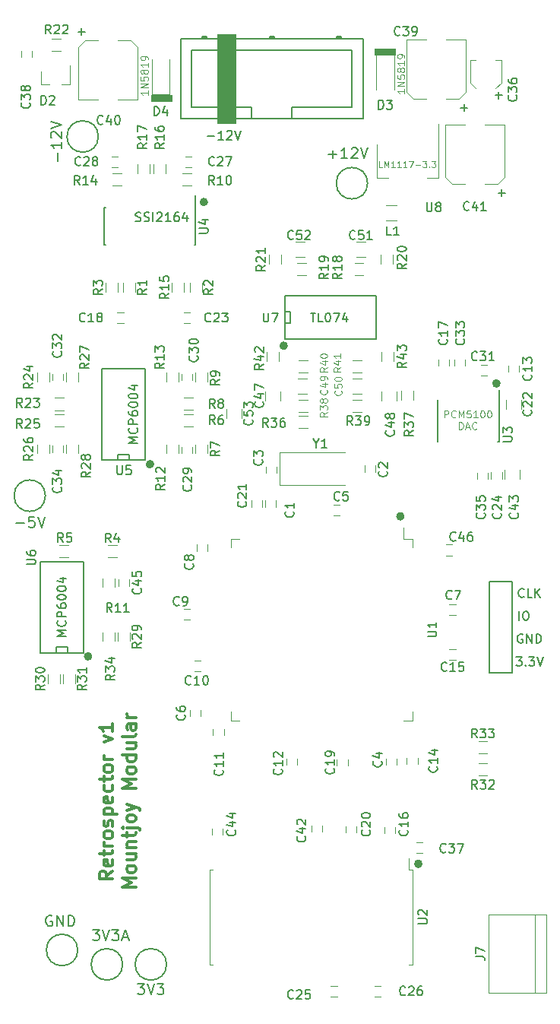
<source format=gbr>
G04 #@! TF.GenerationSoftware,KiCad,Pcbnew,(5.1.5)-3*
G04 #@! TF.CreationDate,2020-10-12T14:52:06+01:00*
G04 #@! TF.ProjectId,Retrospector_Components,52657472-6f73-4706-9563-746f725f436f,rev?*
G04 #@! TF.SameCoordinates,Original*
G04 #@! TF.FileFunction,Legend,Top*
G04 #@! TF.FilePolarity,Positive*
%FSLAX46Y46*%
G04 Gerber Fmt 4.6, Leading zero omitted, Abs format (unit mm)*
G04 Created by KiCad (PCBNEW (5.1.5)-3) date 2020-10-12 14:52:06*
%MOMM*%
%LPD*%
G04 APERTURE LIST*
%ADD10C,0.500000*%
%ADD11C,0.300000*%
%ADD12C,0.200000*%
%ADD13C,0.100000*%
%ADD14C,0.120000*%
%ADD15C,0.150000*%
G04 APERTURE END LIST*
D10*
X146023607Y-144000000D02*
G75*
G03X146023607Y-144000000I-223607J0D01*
G01*
D11*
X111753571Y-144800000D02*
X111039285Y-145300000D01*
X111753571Y-145657142D02*
X110253571Y-145657142D01*
X110253571Y-145085714D01*
X110325000Y-144942857D01*
X110396428Y-144871428D01*
X110539285Y-144800000D01*
X110753571Y-144800000D01*
X110896428Y-144871428D01*
X110967857Y-144942857D01*
X111039285Y-145085714D01*
X111039285Y-145657142D01*
X111682142Y-143585714D02*
X111753571Y-143728571D01*
X111753571Y-144014285D01*
X111682142Y-144157142D01*
X111539285Y-144228571D01*
X110967857Y-144228571D01*
X110825000Y-144157142D01*
X110753571Y-144014285D01*
X110753571Y-143728571D01*
X110825000Y-143585714D01*
X110967857Y-143514285D01*
X111110714Y-143514285D01*
X111253571Y-144228571D01*
X110753571Y-143085714D02*
X110753571Y-142514285D01*
X110253571Y-142871428D02*
X111539285Y-142871428D01*
X111682142Y-142800000D01*
X111753571Y-142657142D01*
X111753571Y-142514285D01*
X111753571Y-142014285D02*
X110753571Y-142014285D01*
X111039285Y-142014285D02*
X110896428Y-141942857D01*
X110825000Y-141871428D01*
X110753571Y-141728571D01*
X110753571Y-141585714D01*
X111753571Y-140871428D02*
X111682142Y-141014285D01*
X111610714Y-141085714D01*
X111467857Y-141157142D01*
X111039285Y-141157142D01*
X110896428Y-141085714D01*
X110825000Y-141014285D01*
X110753571Y-140871428D01*
X110753571Y-140657142D01*
X110825000Y-140514285D01*
X110896428Y-140442857D01*
X111039285Y-140371428D01*
X111467857Y-140371428D01*
X111610714Y-140442857D01*
X111682142Y-140514285D01*
X111753571Y-140657142D01*
X111753571Y-140871428D01*
X111682142Y-139800000D02*
X111753571Y-139657142D01*
X111753571Y-139371428D01*
X111682142Y-139228571D01*
X111539285Y-139157142D01*
X111467857Y-139157142D01*
X111325000Y-139228571D01*
X111253571Y-139371428D01*
X111253571Y-139585714D01*
X111182142Y-139728571D01*
X111039285Y-139800000D01*
X110967857Y-139800000D01*
X110825000Y-139728571D01*
X110753571Y-139585714D01*
X110753571Y-139371428D01*
X110825000Y-139228571D01*
X110753571Y-138514285D02*
X112253571Y-138514285D01*
X110825000Y-138514285D02*
X110753571Y-138371428D01*
X110753571Y-138085714D01*
X110825000Y-137942857D01*
X110896428Y-137871428D01*
X111039285Y-137800000D01*
X111467857Y-137800000D01*
X111610714Y-137871428D01*
X111682142Y-137942857D01*
X111753571Y-138085714D01*
X111753571Y-138371428D01*
X111682142Y-138514285D01*
X111682142Y-136585714D02*
X111753571Y-136728571D01*
X111753571Y-137014285D01*
X111682142Y-137157142D01*
X111539285Y-137228571D01*
X110967857Y-137228571D01*
X110825000Y-137157142D01*
X110753571Y-137014285D01*
X110753571Y-136728571D01*
X110825000Y-136585714D01*
X110967857Y-136514285D01*
X111110714Y-136514285D01*
X111253571Y-137228571D01*
X111682142Y-135228571D02*
X111753571Y-135371428D01*
X111753571Y-135657142D01*
X111682142Y-135800000D01*
X111610714Y-135871428D01*
X111467857Y-135942857D01*
X111039285Y-135942857D01*
X110896428Y-135871428D01*
X110825000Y-135800000D01*
X110753571Y-135657142D01*
X110753571Y-135371428D01*
X110825000Y-135228571D01*
X110753571Y-134800000D02*
X110753571Y-134228571D01*
X110253571Y-134585714D02*
X111539285Y-134585714D01*
X111682142Y-134514285D01*
X111753571Y-134371428D01*
X111753571Y-134228571D01*
X111753571Y-133514285D02*
X111682142Y-133657142D01*
X111610714Y-133728571D01*
X111467857Y-133800000D01*
X111039285Y-133800000D01*
X110896428Y-133728571D01*
X110825000Y-133657142D01*
X110753571Y-133514285D01*
X110753571Y-133300000D01*
X110825000Y-133157142D01*
X110896428Y-133085714D01*
X111039285Y-133014285D01*
X111467857Y-133014285D01*
X111610714Y-133085714D01*
X111682142Y-133157142D01*
X111753571Y-133300000D01*
X111753571Y-133514285D01*
X111753571Y-132371428D02*
X110753571Y-132371428D01*
X111039285Y-132371428D02*
X110896428Y-132300000D01*
X110825000Y-132228571D01*
X110753571Y-132085714D01*
X110753571Y-131942857D01*
X110753571Y-130442857D02*
X111753571Y-130085714D01*
X110753571Y-129728571D01*
X111753571Y-128371428D02*
X111753571Y-129228571D01*
X111753571Y-128800000D02*
X110253571Y-128800000D01*
X110467857Y-128942857D01*
X110610714Y-129085714D01*
X110682142Y-129228571D01*
X114303571Y-146621428D02*
X112803571Y-146621428D01*
X113875000Y-146121428D01*
X112803571Y-145621428D01*
X114303571Y-145621428D01*
X114303571Y-144692857D02*
X114232142Y-144835714D01*
X114160714Y-144907142D01*
X114017857Y-144978571D01*
X113589285Y-144978571D01*
X113446428Y-144907142D01*
X113375000Y-144835714D01*
X113303571Y-144692857D01*
X113303571Y-144478571D01*
X113375000Y-144335714D01*
X113446428Y-144264285D01*
X113589285Y-144192857D01*
X114017857Y-144192857D01*
X114160714Y-144264285D01*
X114232142Y-144335714D01*
X114303571Y-144478571D01*
X114303571Y-144692857D01*
X113303571Y-142907142D02*
X114303571Y-142907142D01*
X113303571Y-143550000D02*
X114089285Y-143550000D01*
X114232142Y-143478571D01*
X114303571Y-143335714D01*
X114303571Y-143121428D01*
X114232142Y-142978571D01*
X114160714Y-142907142D01*
X113303571Y-142192857D02*
X114303571Y-142192857D01*
X113446428Y-142192857D02*
X113375000Y-142121428D01*
X113303571Y-141978571D01*
X113303571Y-141764285D01*
X113375000Y-141621428D01*
X113517857Y-141550000D01*
X114303571Y-141550000D01*
X113303571Y-141050000D02*
X113303571Y-140478571D01*
X112803571Y-140835714D02*
X114089285Y-140835714D01*
X114232142Y-140764285D01*
X114303571Y-140621428D01*
X114303571Y-140478571D01*
X113303571Y-139978571D02*
X114589285Y-139978571D01*
X114732142Y-140050000D01*
X114803571Y-140192857D01*
X114803571Y-140264285D01*
X112803571Y-139978571D02*
X112875000Y-140050000D01*
X112946428Y-139978571D01*
X112875000Y-139907142D01*
X112803571Y-139978571D01*
X112946428Y-139978571D01*
X114303571Y-139050000D02*
X114232142Y-139192857D01*
X114160714Y-139264285D01*
X114017857Y-139335714D01*
X113589285Y-139335714D01*
X113446428Y-139264285D01*
X113375000Y-139192857D01*
X113303571Y-139050000D01*
X113303571Y-138835714D01*
X113375000Y-138692857D01*
X113446428Y-138621428D01*
X113589285Y-138550000D01*
X114017857Y-138550000D01*
X114160714Y-138621428D01*
X114232142Y-138692857D01*
X114303571Y-138835714D01*
X114303571Y-139050000D01*
X113303571Y-138050000D02*
X114303571Y-137692857D01*
X113303571Y-137335714D02*
X114303571Y-137692857D01*
X114660714Y-137835714D01*
X114732142Y-137907142D01*
X114803571Y-138050000D01*
X114303571Y-135621428D02*
X112803571Y-135621428D01*
X113875000Y-135121428D01*
X112803571Y-134621428D01*
X114303571Y-134621428D01*
X114303571Y-133692857D02*
X114232142Y-133835714D01*
X114160714Y-133907142D01*
X114017857Y-133978571D01*
X113589285Y-133978571D01*
X113446428Y-133907142D01*
X113375000Y-133835714D01*
X113303571Y-133692857D01*
X113303571Y-133478571D01*
X113375000Y-133335714D01*
X113446428Y-133264285D01*
X113589285Y-133192857D01*
X114017857Y-133192857D01*
X114160714Y-133264285D01*
X114232142Y-133335714D01*
X114303571Y-133478571D01*
X114303571Y-133692857D01*
X114303571Y-131907142D02*
X112803571Y-131907142D01*
X114232142Y-131907142D02*
X114303571Y-132050000D01*
X114303571Y-132335714D01*
X114232142Y-132478571D01*
X114160714Y-132550000D01*
X114017857Y-132621428D01*
X113589285Y-132621428D01*
X113446428Y-132550000D01*
X113375000Y-132478571D01*
X113303571Y-132335714D01*
X113303571Y-132050000D01*
X113375000Y-131907142D01*
X113303571Y-130550000D02*
X114303571Y-130550000D01*
X113303571Y-131192857D02*
X114089285Y-131192857D01*
X114232142Y-131121428D01*
X114303571Y-130978571D01*
X114303571Y-130764285D01*
X114232142Y-130621428D01*
X114160714Y-130550000D01*
X114303571Y-129621428D02*
X114232142Y-129764285D01*
X114089285Y-129835714D01*
X112803571Y-129835714D01*
X114303571Y-128407142D02*
X113517857Y-128407142D01*
X113375000Y-128478571D01*
X113303571Y-128621428D01*
X113303571Y-128907142D01*
X113375000Y-129050000D01*
X114232142Y-128407142D02*
X114303571Y-128550000D01*
X114303571Y-128907142D01*
X114232142Y-129050000D01*
X114089285Y-129121428D01*
X113946428Y-129121428D01*
X113803571Y-129050000D01*
X113732142Y-128907142D01*
X113732142Y-128550000D01*
X113660714Y-128407142D01*
X114303571Y-127692857D02*
X113303571Y-127692857D01*
X113589285Y-127692857D02*
X113446428Y-127621428D01*
X113375000Y-127550000D01*
X113303571Y-127407142D01*
X113303571Y-127264285D01*
D12*
X114514285Y-157342857D02*
X115257142Y-157342857D01*
X114857142Y-157800000D01*
X115028571Y-157800000D01*
X115142857Y-157857142D01*
X115200000Y-157914285D01*
X115257142Y-158028571D01*
X115257142Y-158314285D01*
X115200000Y-158428571D01*
X115142857Y-158485714D01*
X115028571Y-158542857D01*
X114685714Y-158542857D01*
X114571428Y-158485714D01*
X114514285Y-158428571D01*
X115600000Y-157342857D02*
X116000000Y-158542857D01*
X116400000Y-157342857D01*
X116685714Y-157342857D02*
X117428571Y-157342857D01*
X117028571Y-157800000D01*
X117200000Y-157800000D01*
X117314285Y-157857142D01*
X117371428Y-157914285D01*
X117428571Y-158028571D01*
X117428571Y-158314285D01*
X117371428Y-158428571D01*
X117314285Y-158485714D01*
X117200000Y-158542857D01*
X116857142Y-158542857D01*
X116742857Y-158485714D01*
X116685714Y-158428571D01*
X109500000Y-151342857D02*
X110242857Y-151342857D01*
X109842857Y-151800000D01*
X110014285Y-151800000D01*
X110128571Y-151857142D01*
X110185714Y-151914285D01*
X110242857Y-152028571D01*
X110242857Y-152314285D01*
X110185714Y-152428571D01*
X110128571Y-152485714D01*
X110014285Y-152542857D01*
X109671428Y-152542857D01*
X109557142Y-152485714D01*
X109500000Y-152428571D01*
X110585714Y-151342857D02*
X110985714Y-152542857D01*
X111385714Y-151342857D01*
X111671428Y-151342857D02*
X112414285Y-151342857D01*
X112014285Y-151800000D01*
X112185714Y-151800000D01*
X112300000Y-151857142D01*
X112357142Y-151914285D01*
X112414285Y-152028571D01*
X112414285Y-152314285D01*
X112357142Y-152428571D01*
X112300000Y-152485714D01*
X112185714Y-152542857D01*
X111842857Y-152542857D01*
X111728571Y-152485714D01*
X111671428Y-152428571D01*
X112871428Y-152200000D02*
X113442857Y-152200000D01*
X112757142Y-152542857D02*
X113157142Y-151342857D01*
X113557142Y-152542857D01*
X104985714Y-149800000D02*
X104871428Y-149742857D01*
X104700000Y-149742857D01*
X104528571Y-149800000D01*
X104414285Y-149914285D01*
X104357142Y-150028571D01*
X104300000Y-150257142D01*
X104300000Y-150428571D01*
X104357142Y-150657142D01*
X104414285Y-150771428D01*
X104528571Y-150885714D01*
X104700000Y-150942857D01*
X104814285Y-150942857D01*
X104985714Y-150885714D01*
X105042857Y-150828571D01*
X105042857Y-150428571D01*
X104814285Y-150428571D01*
X105557142Y-150942857D02*
X105557142Y-149742857D01*
X106242857Y-150942857D01*
X106242857Y-149742857D01*
X106814285Y-150942857D02*
X106814285Y-149742857D01*
X107100000Y-149742857D01*
X107271428Y-149800000D01*
X107385714Y-149914285D01*
X107442857Y-150028571D01*
X107500000Y-150257142D01*
X107500000Y-150428571D01*
X107442857Y-150657142D01*
X107385714Y-150771428D01*
X107271428Y-150885714D01*
X107100000Y-150942857D01*
X106814285Y-150942857D01*
X100957142Y-106085714D02*
X101871428Y-106085714D01*
X103014285Y-105342857D02*
X102442857Y-105342857D01*
X102385714Y-105914285D01*
X102442857Y-105857142D01*
X102557142Y-105800000D01*
X102842857Y-105800000D01*
X102957142Y-105857142D01*
X103014285Y-105914285D01*
X103071428Y-106028571D01*
X103071428Y-106314285D01*
X103014285Y-106428571D01*
X102957142Y-106485714D01*
X102842857Y-106542857D01*
X102557142Y-106542857D01*
X102442857Y-106485714D01*
X102385714Y-106428571D01*
X103414285Y-105342857D02*
X103814285Y-106542857D01*
X104214285Y-105342857D01*
X135785714Y-64985714D02*
X136700000Y-64985714D01*
X136242857Y-65442857D02*
X136242857Y-64528571D01*
X137900000Y-65442857D02*
X137214285Y-65442857D01*
X137557142Y-65442857D02*
X137557142Y-64242857D01*
X137442857Y-64414285D01*
X137328571Y-64528571D01*
X137214285Y-64585714D01*
X138357142Y-64357142D02*
X138414285Y-64300000D01*
X138528571Y-64242857D01*
X138814285Y-64242857D01*
X138928571Y-64300000D01*
X138985714Y-64357142D01*
X139042857Y-64471428D01*
X139042857Y-64585714D01*
X138985714Y-64757142D01*
X138300000Y-65442857D01*
X139042857Y-65442857D01*
X139385714Y-64242857D02*
X139785714Y-65442857D01*
X140185714Y-64242857D01*
X105585714Y-65714285D02*
X105585714Y-64800000D01*
X106042857Y-63600000D02*
X106042857Y-64285714D01*
X106042857Y-63942857D02*
X104842857Y-63942857D01*
X105014285Y-64057142D01*
X105128571Y-64171428D01*
X105185714Y-64285714D01*
X104957142Y-63142857D02*
X104900000Y-63085714D01*
X104842857Y-62971428D01*
X104842857Y-62685714D01*
X104900000Y-62571428D01*
X104957142Y-62514285D01*
X105071428Y-62457142D01*
X105185714Y-62457142D01*
X105357142Y-62514285D01*
X106042857Y-63200000D01*
X106042857Y-62457142D01*
X104842857Y-62114285D02*
X106042857Y-61714285D01*
X104842857Y-61314285D01*
D13*
X148709523Y-94311904D02*
X148709523Y-93511904D01*
X149014285Y-93511904D01*
X149090476Y-93550000D01*
X149128571Y-93588095D01*
X149166666Y-93664285D01*
X149166666Y-93778571D01*
X149128571Y-93854761D01*
X149090476Y-93892857D01*
X149014285Y-93930952D01*
X148709523Y-93930952D01*
X149966666Y-94235714D02*
X149928571Y-94273809D01*
X149814285Y-94311904D01*
X149738095Y-94311904D01*
X149623809Y-94273809D01*
X149547619Y-94197619D01*
X149509523Y-94121428D01*
X149471428Y-93969047D01*
X149471428Y-93854761D01*
X149509523Y-93702380D01*
X149547619Y-93626190D01*
X149623809Y-93550000D01*
X149738095Y-93511904D01*
X149814285Y-93511904D01*
X149928571Y-93550000D01*
X149966666Y-93588095D01*
X150309523Y-94311904D02*
X150309523Y-93511904D01*
X150576190Y-94083333D01*
X150842857Y-93511904D01*
X150842857Y-94311904D01*
X151604761Y-93511904D02*
X151223809Y-93511904D01*
X151185714Y-93892857D01*
X151223809Y-93854761D01*
X151300000Y-93816666D01*
X151490476Y-93816666D01*
X151566666Y-93854761D01*
X151604761Y-93892857D01*
X151642857Y-93969047D01*
X151642857Y-94159523D01*
X151604761Y-94235714D01*
X151566666Y-94273809D01*
X151490476Y-94311904D01*
X151300000Y-94311904D01*
X151223809Y-94273809D01*
X151185714Y-94235714D01*
X152404761Y-94311904D02*
X151947619Y-94311904D01*
X152176190Y-94311904D02*
X152176190Y-93511904D01*
X152100000Y-93626190D01*
X152023809Y-93702380D01*
X151947619Y-93740476D01*
X152900000Y-93511904D02*
X152976190Y-93511904D01*
X153052380Y-93550000D01*
X153090476Y-93588095D01*
X153128571Y-93664285D01*
X153166666Y-93816666D01*
X153166666Y-94007142D01*
X153128571Y-94159523D01*
X153090476Y-94235714D01*
X153052380Y-94273809D01*
X152976190Y-94311904D01*
X152900000Y-94311904D01*
X152823809Y-94273809D01*
X152785714Y-94235714D01*
X152747619Y-94159523D01*
X152709523Y-94007142D01*
X152709523Y-93816666D01*
X152747619Y-93664285D01*
X152785714Y-93588095D01*
X152823809Y-93550000D01*
X152900000Y-93511904D01*
X153661904Y-93511904D02*
X153738095Y-93511904D01*
X153814285Y-93550000D01*
X153852380Y-93588095D01*
X153890476Y-93664285D01*
X153928571Y-93816666D01*
X153928571Y-94007142D01*
X153890476Y-94159523D01*
X153852380Y-94235714D01*
X153814285Y-94273809D01*
X153738095Y-94311904D01*
X153661904Y-94311904D01*
X153585714Y-94273809D01*
X153547619Y-94235714D01*
X153509523Y-94159523D01*
X153471428Y-94007142D01*
X153471428Y-93816666D01*
X153509523Y-93664285D01*
X153547619Y-93588095D01*
X153585714Y-93550000D01*
X153661904Y-93511904D01*
X150347619Y-95611904D02*
X150347619Y-94811904D01*
X150538095Y-94811904D01*
X150652380Y-94850000D01*
X150728571Y-94926190D01*
X150766666Y-95002380D01*
X150804761Y-95154761D01*
X150804761Y-95269047D01*
X150766666Y-95421428D01*
X150728571Y-95497619D01*
X150652380Y-95573809D01*
X150538095Y-95611904D01*
X150347619Y-95611904D01*
X151109523Y-95383333D02*
X151490476Y-95383333D01*
X151033333Y-95611904D02*
X151300000Y-94811904D01*
X151566666Y-95611904D01*
X152290476Y-95535714D02*
X152252380Y-95573809D01*
X152138095Y-95611904D01*
X152061904Y-95611904D01*
X151947619Y-95573809D01*
X151871428Y-95497619D01*
X151833333Y-95421428D01*
X151795238Y-95269047D01*
X151795238Y-95154761D01*
X151833333Y-95002380D01*
X151871428Y-94926190D01*
X151947619Y-94850000D01*
X152061904Y-94811904D01*
X152138095Y-94811904D01*
X152252380Y-94850000D01*
X152290476Y-94888095D01*
D10*
X131023607Y-86300000D02*
G75*
G03X131023607Y-86300000I-223607J0D01*
G01*
X154723607Y-90500000D02*
G75*
G03X154723607Y-90500000I-223607J0D01*
G01*
X144023607Y-105300000D02*
G75*
G03X144023607Y-105300000I-223607J0D01*
G01*
X109223607Y-120900000D02*
G75*
G03X109223607Y-120900000I-223607J0D01*
G01*
X116123607Y-99500000D02*
G75*
G03X116123607Y-99500000I-223607J0D01*
G01*
X122123607Y-70300000D02*
G75*
G03X122123607Y-70300000I-223607J0D01*
G01*
D13*
G36*
X143200000Y-53900000D02*
G01*
X140900000Y-53900000D01*
X140900000Y-53200000D01*
X143200000Y-53200000D01*
X143200000Y-53900000D01*
G37*
X143200000Y-53900000D02*
X140900000Y-53900000D01*
X140900000Y-53200000D01*
X143200000Y-53200000D01*
X143200000Y-53900000D01*
G36*
X118300000Y-59100000D02*
G01*
X116000000Y-59100000D01*
X116000000Y-58400000D01*
X118300000Y-58400000D01*
X118300000Y-59100000D01*
G37*
X118300000Y-59100000D02*
X116000000Y-59100000D01*
X116000000Y-58400000D01*
X118300000Y-58400000D01*
X118300000Y-59100000D01*
D14*
X137600000Y-98200000D02*
X130350000Y-98200000D01*
X130350000Y-98200000D02*
X130350000Y-101800000D01*
X130350000Y-101800000D02*
X137600000Y-101800000D01*
X149800000Y-88550000D02*
X149800000Y-87850000D01*
X151000000Y-87850000D02*
X151000000Y-88550000D01*
X153450000Y-89625000D02*
X152750000Y-89625000D01*
X152750000Y-88425000D02*
X153450000Y-88425000D01*
X121525000Y-126875000D02*
X121525000Y-127575000D01*
X120325000Y-127575000D02*
X120325000Y-126875000D01*
X143400000Y-132275000D02*
X143400000Y-132975000D01*
X142200000Y-132975000D02*
X142200000Y-132275000D01*
X126100000Y-94350000D02*
X126100000Y-93350000D01*
X124400000Y-93350000D02*
X124400000Y-94350000D01*
X107900000Y-58900000D02*
X110080000Y-58900000D01*
X114500000Y-58900000D02*
X112320000Y-58900000D01*
X108660000Y-52300000D02*
X110080000Y-52300000D01*
X113740000Y-52300000D02*
X112320000Y-52300000D01*
X107900000Y-58900000D02*
X107900000Y-53060000D01*
X107900000Y-53060000D02*
X108660000Y-52300000D01*
X113740000Y-52300000D02*
X114500000Y-53060000D01*
X114500000Y-53060000D02*
X114500000Y-58900000D01*
X151100000Y-52200000D02*
X148920000Y-52200000D01*
X144500000Y-52200000D02*
X146680000Y-52200000D01*
X150340000Y-58800000D02*
X148920000Y-58800000D01*
X145260000Y-58800000D02*
X146680000Y-58800000D01*
X151100000Y-52200000D02*
X151100000Y-58040000D01*
X151100000Y-58040000D02*
X150340000Y-58800000D01*
X145260000Y-58800000D02*
X144500000Y-58040000D01*
X144500000Y-58040000D02*
X144500000Y-52200000D01*
X154640000Y-68300000D02*
X153220000Y-68300000D01*
X155400000Y-61700000D02*
X153220000Y-61700000D01*
X148800000Y-61700000D02*
X150980000Y-61700000D01*
X149560000Y-68300000D02*
X150980000Y-68300000D01*
X155400000Y-61700000D02*
X155400000Y-67540000D01*
X155400000Y-67540000D02*
X154640000Y-68300000D01*
X149560000Y-68300000D02*
X148800000Y-67540000D01*
X148800000Y-67540000D02*
X148800000Y-61700000D01*
X160030000Y-158350000D02*
X160030000Y-149650000D01*
X153620000Y-158350000D02*
X153620000Y-149650000D01*
X153620000Y-149650000D02*
X160030000Y-149650000D01*
X158800000Y-149650000D02*
X158800000Y-158350000D01*
X160030000Y-158350000D02*
X153620000Y-158350000D01*
X143400000Y-72380000D02*
X142200000Y-72380000D01*
X142200000Y-70620000D02*
X143400000Y-70620000D01*
X152500000Y-130340000D02*
X153500000Y-130340000D01*
X153500000Y-131700000D02*
X152500000Y-131700000D01*
X152500000Y-132820000D02*
X153500000Y-132820000D01*
X153500000Y-134180000D02*
X152500000Y-134180000D01*
D15*
X110150000Y-63000000D02*
G75*
G03X110150000Y-63000000I-1750000J0D01*
G01*
X140150000Y-68200000D02*
G75*
G03X140150000Y-68200000I-1750000J0D01*
G01*
X104250000Y-103000000D02*
G75*
G03X104250000Y-103000000I-1750000J0D01*
G01*
X112850000Y-155200000D02*
G75*
G03X112850000Y-155200000I-1750000J0D01*
G01*
X117750000Y-155200000D02*
G75*
G03X117750000Y-155200000I-1750000J0D01*
G01*
X107850000Y-153600000D02*
G75*
G03X107850000Y-153600000I-1750000J0D01*
G01*
D14*
X149550000Y-109650000D02*
X148850000Y-109650000D01*
X148850000Y-108450000D02*
X149550000Y-108450000D01*
X149950000Y-116275000D02*
X149250000Y-116275000D01*
X149250000Y-115075000D02*
X149950000Y-115075000D01*
X144185000Y-107815000D02*
X144185000Y-106525000D01*
X145135000Y-107815000D02*
X144185000Y-107815000D01*
X145135000Y-108765000D02*
X145135000Y-107815000D01*
X145135000Y-128035000D02*
X144185000Y-128035000D01*
X145135000Y-127085000D02*
X145135000Y-128035000D01*
X124915000Y-107815000D02*
X125865000Y-107815000D01*
X124915000Y-108765000D02*
X124915000Y-107815000D01*
X124915000Y-128035000D02*
X125865000Y-128035000D01*
X124915000Y-127085000D02*
X124915000Y-128035000D01*
X119400000Y-98250000D02*
X119400000Y-97550000D01*
X120600000Y-97550000D02*
X120600000Y-98250000D01*
X120920000Y-98300000D02*
X120920000Y-97300000D01*
X122280000Y-97300000D02*
X122280000Y-98300000D01*
X119080000Y-97300000D02*
X119080000Y-98300000D01*
X117720000Y-98300000D02*
X117720000Y-97300000D01*
X144725000Y-143425000D02*
X144725000Y-144625000D01*
X144725000Y-144625000D02*
X145125000Y-144625000D01*
X145125000Y-144625000D02*
X145125000Y-155225000D01*
X122525000Y-144625000D02*
X122525000Y-155225000D01*
X145125000Y-155225000D02*
X144725000Y-155225000D01*
X122925000Y-155225000D02*
X122525000Y-155225000D01*
X122925000Y-144625000D02*
X122525000Y-144625000D01*
D15*
X120975000Y-70925000D02*
X120950000Y-70925000D01*
X120975000Y-75075000D02*
X120870000Y-75075000D01*
X110825000Y-75075000D02*
X110930000Y-75075000D01*
X110825000Y-70925000D02*
X110930000Y-70925000D01*
X120975000Y-70925000D02*
X120975000Y-75075000D01*
X110825000Y-70925000D02*
X110825000Y-75075000D01*
X120950000Y-70925000D02*
X120950000Y-69550000D01*
D14*
X141190000Y-67610000D02*
X142450000Y-67610000D01*
X148010000Y-67610000D02*
X146750000Y-67610000D01*
X141190000Y-63850000D02*
X141190000Y-67610000D01*
X148010000Y-61600000D02*
X148010000Y-67610000D01*
D15*
X141080000Y-80714000D02*
X141080000Y-85540000D01*
X141080000Y-85540000D02*
X130920000Y-85540000D01*
X130920000Y-85540000D02*
X130920000Y-80714000D01*
X130920000Y-80714000D02*
X141080000Y-80714000D01*
X130920000Y-82492000D02*
X131555000Y-82492000D01*
X131555000Y-82492000D02*
X131555000Y-83762000D01*
X131555000Y-83762000D02*
X130920000Y-83762000D01*
X103664000Y-110345000D02*
X108490000Y-110345000D01*
X108490000Y-110345000D02*
X108490000Y-120505000D01*
X108490000Y-120505000D02*
X103664000Y-120505000D01*
X103664000Y-120505000D02*
X103664000Y-110345000D01*
X105442000Y-120505000D02*
X105442000Y-119870000D01*
X105442000Y-119870000D02*
X106712000Y-119870000D01*
X106712000Y-119870000D02*
X106712000Y-120505000D01*
X110514000Y-88870000D02*
X115340000Y-88870000D01*
X115340000Y-88870000D02*
X115340000Y-99030000D01*
X115340000Y-99030000D02*
X110514000Y-99030000D01*
X110514000Y-99030000D02*
X110514000Y-88870000D01*
X112292000Y-99030000D02*
X112292000Y-98395000D01*
X112292000Y-98395000D02*
X113562000Y-98395000D01*
X113562000Y-98395000D02*
X113562000Y-99030000D01*
X147950000Y-92325000D02*
X147950000Y-96975000D01*
X154775000Y-91250000D02*
X154775000Y-96975000D01*
X147950000Y-92325000D02*
X147975000Y-92325000D01*
X147950000Y-96975000D02*
X147975000Y-96975000D01*
X154775000Y-96975000D02*
X154675000Y-96975000D01*
D14*
X141720000Y-88000000D02*
X141720000Y-87000000D01*
X143080000Y-87000000D02*
X143080000Y-88000000D01*
X128920000Y-88000000D02*
X128920000Y-87000000D01*
X130280000Y-87000000D02*
X130280000Y-88000000D01*
X138500000Y-87920000D02*
X139500000Y-87920000D01*
X139500000Y-89280000D02*
X138500000Y-89280000D01*
X133500000Y-89280000D02*
X132500000Y-89280000D01*
X132500000Y-87920000D02*
X133500000Y-87920000D01*
X139500000Y-93680000D02*
X138500000Y-93680000D01*
X138500000Y-92320000D02*
X139500000Y-92320000D01*
X133500000Y-93680000D02*
X132500000Y-93680000D01*
X132500000Y-92320000D02*
X133500000Y-92320000D01*
X145280000Y-91300000D02*
X145280000Y-92300000D01*
X143920000Y-92300000D02*
X143920000Y-91300000D01*
X133500000Y-95480000D02*
X132500000Y-95480000D01*
X132500000Y-94120000D02*
X133500000Y-94120000D01*
X111980000Y-118200000D02*
X111980000Y-119200000D01*
X110620000Y-119200000D02*
X110620000Y-118200000D01*
X106220000Y-123900000D02*
X106220000Y-122900000D01*
X107580000Y-122900000D02*
X107580000Y-123900000D01*
X104520000Y-123900000D02*
X104520000Y-122900000D01*
X105880000Y-122900000D02*
X105880000Y-123900000D01*
X112320000Y-119200000D02*
X112320000Y-118200000D01*
X113680000Y-118200000D02*
X113680000Y-119200000D01*
X107880000Y-97300000D02*
X107880000Y-98300000D01*
X106520000Y-98300000D02*
X106520000Y-97300000D01*
X106520000Y-90300000D02*
X106520000Y-89300000D01*
X107880000Y-89300000D02*
X107880000Y-90300000D01*
X103320000Y-98300000D02*
X103320000Y-97300000D01*
X104680000Y-97300000D02*
X104680000Y-98300000D01*
X105300000Y-93920000D02*
X106300000Y-93920000D01*
X106300000Y-95280000D02*
X105300000Y-95280000D01*
X104680000Y-89300000D02*
X104680000Y-90300000D01*
X103320000Y-90300000D02*
X103320000Y-89300000D01*
X105300000Y-92120000D02*
X106300000Y-92120000D01*
X106300000Y-93480000D02*
X105300000Y-93480000D01*
X104950000Y-52095000D02*
X105950000Y-52095000D01*
X105950000Y-53455000D02*
X104950000Y-53455000D01*
X130480000Y-76200000D02*
X130480000Y-77200000D01*
X129120000Y-77200000D02*
X129120000Y-76200000D01*
X142980000Y-76200000D02*
X142980000Y-77200000D01*
X141620000Y-77200000D02*
X141620000Y-76200000D01*
X133300000Y-78480000D02*
X132300000Y-78480000D01*
X132300000Y-77120000D02*
X133300000Y-77120000D01*
X138700000Y-77120000D02*
X139700000Y-77120000D01*
X139700000Y-78480000D02*
X138700000Y-78480000D01*
X114520000Y-67100000D02*
X114520000Y-66100000D01*
X115880000Y-66100000D02*
X115880000Y-67100000D01*
X116320000Y-67100000D02*
X116320000Y-66100000D01*
X117680000Y-66100000D02*
X117680000Y-67100000D01*
X119680000Y-79300000D02*
X119680000Y-80300000D01*
X118320000Y-80300000D02*
X118320000Y-79300000D01*
X111700000Y-67120000D02*
X112700000Y-67120000D01*
X112700000Y-68480000D02*
X111700000Y-68480000D01*
X117720000Y-90300000D02*
X117720000Y-89300000D01*
X119080000Y-89300000D02*
X119080000Y-90300000D01*
X110620000Y-113200000D02*
X110620000Y-112200000D01*
X111980000Y-112200000D02*
X111980000Y-113200000D01*
X120500000Y-68480000D02*
X119500000Y-68480000D01*
X119500000Y-67120000D02*
X120500000Y-67120000D01*
X122280000Y-89300000D02*
X122280000Y-90300000D01*
X120920000Y-90300000D02*
X120920000Y-89300000D01*
X119700000Y-92070000D02*
X120700000Y-92070000D01*
X120700000Y-93430000D02*
X119700000Y-93430000D01*
X119700000Y-93920000D02*
X120700000Y-93920000D01*
X120700000Y-95280000D02*
X119700000Y-95280000D01*
X105800000Y-108520000D02*
X106800000Y-108520000D01*
X106800000Y-109880000D02*
X105800000Y-109880000D01*
X112200000Y-109880000D02*
X111200000Y-109880000D01*
X111200000Y-108520000D02*
X112200000Y-108520000D01*
X112280000Y-79300000D02*
X112280000Y-80300000D01*
X110920000Y-80300000D02*
X110920000Y-79300000D01*
X120320000Y-80300000D02*
X120320000Y-79300000D01*
X121680000Y-79300000D02*
X121680000Y-80300000D01*
X112920000Y-80300000D02*
X112920000Y-79300000D01*
X114280000Y-79300000D02*
X114280000Y-80300000D01*
D13*
G36*
X123400000Y-51625000D02*
G01*
X125400000Y-51625000D01*
X125400000Y-61525000D01*
X123400000Y-61525000D01*
X123400000Y-51625000D01*
G37*
X123400000Y-51625000D02*
X125400000Y-51625000D01*
X125400000Y-61525000D01*
X123400000Y-61525000D01*
X123400000Y-51625000D01*
D15*
X121750000Y-51985000D02*
X122250000Y-51985000D01*
X122250000Y-51885000D02*
X122250000Y-52085000D01*
X121750000Y-51885000D02*
X122250000Y-51885000D01*
X121750000Y-52085000D02*
X121750000Y-51885000D01*
X136710000Y-51985000D02*
X137210000Y-51985000D01*
X137210000Y-51885000D02*
X137210000Y-52085000D01*
X136710000Y-51885000D02*
X137210000Y-51885000D01*
X136710000Y-52085000D02*
X136710000Y-51885000D01*
X129230000Y-51985000D02*
X129730000Y-51985000D01*
X129730000Y-51885000D02*
X129730000Y-52085000D01*
X129230000Y-51885000D02*
X129730000Y-51885000D01*
X129230000Y-52085000D02*
X129230000Y-51885000D01*
X131705000Y-59725000D02*
X131705000Y-61025000D01*
X138430000Y-59725000D02*
X131705000Y-59725000D01*
X138430000Y-53385000D02*
X138430000Y-59725000D01*
X120530000Y-53385000D02*
X138430000Y-53385000D01*
X120530000Y-59725000D02*
X120530000Y-53385000D01*
X127255000Y-59725000D02*
X120530000Y-59725000D01*
X127255000Y-61025000D02*
X127255000Y-59725000D01*
X139630000Y-61025000D02*
X119330000Y-61025000D01*
X139630000Y-52085000D02*
X139630000Y-61025000D01*
X119330000Y-52085000D02*
X139630000Y-52085000D01*
X119330000Y-61025000D02*
X119330000Y-52085000D01*
X153730000Y-112610000D02*
X153730000Y-122770000D01*
X156270000Y-112610000D02*
X153730000Y-112610000D01*
X156270000Y-122770000D02*
X156270000Y-112610000D01*
X153730000Y-122770000D02*
X156270000Y-122770000D01*
D14*
X116100000Y-58300000D02*
X118100000Y-58300000D01*
X118100000Y-58300000D02*
X118100000Y-54400000D01*
X116100000Y-58300000D02*
X116100000Y-54400000D01*
X143100000Y-53925000D02*
X141100000Y-53925000D01*
X141100000Y-53925000D02*
X141100000Y-57825000D01*
X143100000Y-53925000D02*
X143100000Y-57825000D01*
X103795000Y-57210000D02*
X104725000Y-57210000D01*
X106955000Y-57210000D02*
X106025000Y-57210000D01*
X106955000Y-57210000D02*
X106955000Y-55050000D01*
X103795000Y-57210000D02*
X103795000Y-55750000D01*
X133100000Y-74750000D02*
X132100000Y-74750000D01*
X132100000Y-76450000D02*
X133100000Y-76450000D01*
X138900000Y-76450000D02*
X139900000Y-76450000D01*
X139900000Y-74750000D02*
X138900000Y-74750000D01*
X138500000Y-91650000D02*
X139500000Y-91650000D01*
X139500000Y-89950000D02*
X138500000Y-89950000D01*
X133400000Y-89950000D02*
X132400000Y-89950000D01*
X132400000Y-91650000D02*
X133400000Y-91650000D01*
X141650000Y-91400000D02*
X141650000Y-92400000D01*
X143350000Y-92400000D02*
X143350000Y-91400000D01*
X128750000Y-91400000D02*
X128750000Y-92400000D01*
X130450000Y-92400000D02*
X130450000Y-91400000D01*
X113600000Y-112350000D02*
X113600000Y-113050000D01*
X112400000Y-113050000D02*
X112400000Y-112350000D01*
X124025000Y-140075000D02*
X124025000Y-140775000D01*
X122825000Y-140775000D02*
X122825000Y-140075000D01*
X157075000Y-101125000D02*
X157075000Y-100125000D01*
X155375000Y-100125000D02*
X155375000Y-101125000D01*
X135125000Y-139725000D02*
X135125000Y-140425000D01*
X133925000Y-140425000D02*
X133925000Y-139725000D01*
X101525000Y-54175000D02*
X101525000Y-53475000D01*
X102725000Y-53475000D02*
X102725000Y-54175000D01*
X146275000Y-142825000D02*
X145575000Y-142825000D01*
X145575000Y-141625000D02*
X146275000Y-141625000D01*
X155030000Y-57030000D02*
X154420000Y-57640000D01*
X155030000Y-54470000D02*
X154420000Y-54470000D01*
X151590000Y-57010000D02*
X152180000Y-57610000D01*
X151590000Y-54470000D02*
X152180000Y-54470000D01*
X155030000Y-57030000D02*
X155030000Y-54490000D01*
X151590000Y-54470000D02*
X151590000Y-57010000D01*
X152325000Y-101125000D02*
X152325000Y-100425000D01*
X153525000Y-100425000D02*
X153525000Y-101125000D01*
X105000000Y-98150000D02*
X105000000Y-97450000D01*
X106200000Y-97450000D02*
X106200000Y-98150000D01*
X106200000Y-89450000D02*
X106200000Y-90150000D01*
X105000000Y-90150000D02*
X105000000Y-89450000D01*
X120600000Y-89450000D02*
X120600000Y-90150000D01*
X119400000Y-90150000D02*
X119400000Y-89450000D01*
X112350000Y-66400000D02*
X111650000Y-66400000D01*
X111650000Y-65200000D02*
X112350000Y-65200000D01*
X119850000Y-65200000D02*
X120550000Y-65200000D01*
X120550000Y-66400000D02*
X119850000Y-66400000D01*
X141625000Y-158775000D02*
X140925000Y-158775000D01*
X140925000Y-157575000D02*
X141625000Y-157575000D01*
X136750000Y-158775000D02*
X136050000Y-158775000D01*
X136050000Y-157575000D02*
X136750000Y-157575000D01*
X155125000Y-100400000D02*
X155125000Y-101100000D01*
X153925000Y-101100000D02*
X153925000Y-100400000D01*
X119650000Y-82600000D02*
X120350000Y-82600000D01*
X120350000Y-83800000D02*
X119650000Y-83800000D01*
X157250000Y-93325000D02*
X157250000Y-92325000D01*
X155550000Y-92325000D02*
X155550000Y-93325000D01*
X128400000Y-103550000D02*
X128400000Y-104250000D01*
X127200000Y-104250000D02*
X127200000Y-103550000D01*
X138925000Y-139825000D02*
X138925000Y-140525000D01*
X137725000Y-140525000D02*
X137725000Y-139825000D01*
X136725000Y-133075000D02*
X136725000Y-132375000D01*
X137925000Y-132375000D02*
X137925000Y-133075000D01*
X112250000Y-82600000D02*
X112950000Y-82600000D01*
X112950000Y-83800000D02*
X112250000Y-83800000D01*
X148000000Y-88550000D02*
X148000000Y-87850000D01*
X149200000Y-87850000D02*
X149200000Y-88550000D01*
X143225000Y-139875000D02*
X143225000Y-140575000D01*
X142025000Y-140575000D02*
X142025000Y-139875000D01*
X149950000Y-121300000D02*
X149250000Y-121300000D01*
X149250000Y-120100000D02*
X149950000Y-120100000D01*
X144525000Y-132875000D02*
X144525000Y-132175000D01*
X145725000Y-132175000D02*
X145725000Y-132875000D01*
X155800000Y-89225000D02*
X155800000Y-88525000D01*
X157000000Y-88525000D02*
X157000000Y-89225000D01*
X131125000Y-132975000D02*
X131125000Y-132275000D01*
X132325000Y-132275000D02*
X132325000Y-132975000D01*
X122925000Y-129675000D02*
X122925000Y-128975000D01*
X124125000Y-128975000D02*
X124125000Y-129675000D01*
X120850000Y-121400000D02*
X121550000Y-121400000D01*
X121550000Y-122600000D02*
X120850000Y-122600000D01*
X119675000Y-115625000D02*
X120375000Y-115625000D01*
X120375000Y-116825000D02*
X119675000Y-116825000D01*
X122300000Y-108450000D02*
X122300000Y-109150000D01*
X121100000Y-109150000D02*
X121100000Y-108450000D01*
X137050000Y-105200000D02*
X136350000Y-105200000D01*
X136350000Y-104000000D02*
X137050000Y-104000000D01*
X130000000Y-99750000D02*
X130000000Y-100450000D01*
X128800000Y-100450000D02*
X128800000Y-99750000D01*
X141000000Y-99650000D02*
X141000000Y-100350000D01*
X139800000Y-100350000D02*
X139800000Y-99650000D01*
X129900000Y-103550000D02*
X129900000Y-104250000D01*
X128700000Y-104250000D02*
X128700000Y-103550000D01*
D15*
X134423809Y-97176190D02*
X134423809Y-97652380D01*
X134090476Y-96652380D02*
X134423809Y-97176190D01*
X134757142Y-96652380D01*
X135614285Y-97652380D02*
X135042857Y-97652380D01*
X135328571Y-97652380D02*
X135328571Y-96652380D01*
X135233333Y-96795238D01*
X135138095Y-96890476D01*
X135042857Y-96938095D01*
X150857142Y-85542857D02*
X150904761Y-85590476D01*
X150952380Y-85733333D01*
X150952380Y-85828571D01*
X150904761Y-85971428D01*
X150809523Y-86066666D01*
X150714285Y-86114285D01*
X150523809Y-86161904D01*
X150380952Y-86161904D01*
X150190476Y-86114285D01*
X150095238Y-86066666D01*
X150000000Y-85971428D01*
X149952380Y-85828571D01*
X149952380Y-85733333D01*
X150000000Y-85590476D01*
X150047619Y-85542857D01*
X149952380Y-85209523D02*
X149952380Y-84590476D01*
X150333333Y-84923809D01*
X150333333Y-84780952D01*
X150380952Y-84685714D01*
X150428571Y-84638095D01*
X150523809Y-84590476D01*
X150761904Y-84590476D01*
X150857142Y-84638095D01*
X150904761Y-84685714D01*
X150952380Y-84780952D01*
X150952380Y-85066666D01*
X150904761Y-85161904D01*
X150857142Y-85209523D01*
X149952380Y-84257142D02*
X149952380Y-83638095D01*
X150333333Y-83971428D01*
X150333333Y-83828571D01*
X150380952Y-83733333D01*
X150428571Y-83685714D01*
X150523809Y-83638095D01*
X150761904Y-83638095D01*
X150857142Y-83685714D01*
X150904761Y-83733333D01*
X150952380Y-83828571D01*
X150952380Y-84114285D01*
X150904761Y-84209523D01*
X150857142Y-84257142D01*
X152357142Y-87857142D02*
X152309523Y-87904761D01*
X152166666Y-87952380D01*
X152071428Y-87952380D01*
X151928571Y-87904761D01*
X151833333Y-87809523D01*
X151785714Y-87714285D01*
X151738095Y-87523809D01*
X151738095Y-87380952D01*
X151785714Y-87190476D01*
X151833333Y-87095238D01*
X151928571Y-87000000D01*
X152071428Y-86952380D01*
X152166666Y-86952380D01*
X152309523Y-87000000D01*
X152357142Y-87047619D01*
X152690476Y-86952380D02*
X153309523Y-86952380D01*
X152976190Y-87333333D01*
X153119047Y-87333333D01*
X153214285Y-87380952D01*
X153261904Y-87428571D01*
X153309523Y-87523809D01*
X153309523Y-87761904D01*
X153261904Y-87857142D01*
X153214285Y-87904761D01*
X153119047Y-87952380D01*
X152833333Y-87952380D01*
X152738095Y-87904761D01*
X152690476Y-87857142D01*
X154261904Y-87952380D02*
X153690476Y-87952380D01*
X153976190Y-87952380D02*
X153976190Y-86952380D01*
X153880952Y-87095238D01*
X153785714Y-87190476D01*
X153690476Y-87238095D01*
X119757142Y-127391666D02*
X119804761Y-127439285D01*
X119852380Y-127582142D01*
X119852380Y-127677380D01*
X119804761Y-127820238D01*
X119709523Y-127915476D01*
X119614285Y-127963095D01*
X119423809Y-128010714D01*
X119280952Y-128010714D01*
X119090476Y-127963095D01*
X118995238Y-127915476D01*
X118900000Y-127820238D01*
X118852380Y-127677380D01*
X118852380Y-127582142D01*
X118900000Y-127439285D01*
X118947619Y-127391666D01*
X118852380Y-126534523D02*
X118852380Y-126725000D01*
X118900000Y-126820238D01*
X118947619Y-126867857D01*
X119090476Y-126963095D01*
X119280952Y-127010714D01*
X119661904Y-127010714D01*
X119757142Y-126963095D01*
X119804761Y-126915476D01*
X119852380Y-126820238D01*
X119852380Y-126629761D01*
X119804761Y-126534523D01*
X119757142Y-126486904D01*
X119661904Y-126439285D01*
X119423809Y-126439285D01*
X119328571Y-126486904D01*
X119280952Y-126534523D01*
X119233333Y-126629761D01*
X119233333Y-126820238D01*
X119280952Y-126915476D01*
X119328571Y-126963095D01*
X119423809Y-127010714D01*
X141657142Y-132566666D02*
X141704761Y-132614285D01*
X141752380Y-132757142D01*
X141752380Y-132852380D01*
X141704761Y-132995238D01*
X141609523Y-133090476D01*
X141514285Y-133138095D01*
X141323809Y-133185714D01*
X141180952Y-133185714D01*
X140990476Y-133138095D01*
X140895238Y-133090476D01*
X140800000Y-132995238D01*
X140752380Y-132852380D01*
X140752380Y-132757142D01*
X140800000Y-132614285D01*
X140847619Y-132566666D01*
X141085714Y-131709523D02*
X141752380Y-131709523D01*
X140704761Y-131947619D02*
X141419047Y-132185714D01*
X141419047Y-131566666D01*
X127257142Y-94492857D02*
X127304761Y-94540476D01*
X127352380Y-94683333D01*
X127352380Y-94778571D01*
X127304761Y-94921428D01*
X127209523Y-95016666D01*
X127114285Y-95064285D01*
X126923809Y-95111904D01*
X126780952Y-95111904D01*
X126590476Y-95064285D01*
X126495238Y-95016666D01*
X126400000Y-94921428D01*
X126352380Y-94778571D01*
X126352380Y-94683333D01*
X126400000Y-94540476D01*
X126447619Y-94492857D01*
X126352380Y-93588095D02*
X126352380Y-94064285D01*
X126828571Y-94111904D01*
X126780952Y-94064285D01*
X126733333Y-93969047D01*
X126733333Y-93730952D01*
X126780952Y-93635714D01*
X126828571Y-93588095D01*
X126923809Y-93540476D01*
X127161904Y-93540476D01*
X127257142Y-93588095D01*
X127304761Y-93635714D01*
X127352380Y-93730952D01*
X127352380Y-93969047D01*
X127304761Y-94064285D01*
X127257142Y-94111904D01*
X126352380Y-93207142D02*
X126352380Y-92588095D01*
X126733333Y-92921428D01*
X126733333Y-92778571D01*
X126780952Y-92683333D01*
X126828571Y-92635714D01*
X126923809Y-92588095D01*
X127161904Y-92588095D01*
X127257142Y-92635714D01*
X127304761Y-92683333D01*
X127352380Y-92778571D01*
X127352380Y-93064285D01*
X127304761Y-93159523D01*
X127257142Y-93207142D01*
X110657142Y-61557142D02*
X110609523Y-61604761D01*
X110466666Y-61652380D01*
X110371428Y-61652380D01*
X110228571Y-61604761D01*
X110133333Y-61509523D01*
X110085714Y-61414285D01*
X110038095Y-61223809D01*
X110038095Y-61080952D01*
X110085714Y-60890476D01*
X110133333Y-60795238D01*
X110228571Y-60700000D01*
X110371428Y-60652380D01*
X110466666Y-60652380D01*
X110609523Y-60700000D01*
X110657142Y-60747619D01*
X111514285Y-60985714D02*
X111514285Y-61652380D01*
X111276190Y-60604761D02*
X111038095Y-61319047D01*
X111657142Y-61319047D01*
X112228571Y-60652380D02*
X112323809Y-60652380D01*
X112419047Y-60700000D01*
X112466666Y-60747619D01*
X112514285Y-60842857D01*
X112561904Y-61033333D01*
X112561904Y-61271428D01*
X112514285Y-61461904D01*
X112466666Y-61557142D01*
X112419047Y-61604761D01*
X112323809Y-61652380D01*
X112228571Y-61652380D01*
X112133333Y-61604761D01*
X112085714Y-61557142D01*
X112038095Y-61461904D01*
X111990476Y-61271428D01*
X111990476Y-61033333D01*
X112038095Y-60842857D01*
X112085714Y-60747619D01*
X112133333Y-60700000D01*
X112228571Y-60652380D01*
X108261428Y-51700952D02*
X108261428Y-50939047D01*
X108642380Y-51320000D02*
X107880476Y-51320000D01*
X143757142Y-51657142D02*
X143709523Y-51704761D01*
X143566666Y-51752380D01*
X143471428Y-51752380D01*
X143328571Y-51704761D01*
X143233333Y-51609523D01*
X143185714Y-51514285D01*
X143138095Y-51323809D01*
X143138095Y-51180952D01*
X143185714Y-50990476D01*
X143233333Y-50895238D01*
X143328571Y-50800000D01*
X143471428Y-50752380D01*
X143566666Y-50752380D01*
X143709523Y-50800000D01*
X143757142Y-50847619D01*
X144090476Y-50752380D02*
X144709523Y-50752380D01*
X144376190Y-51133333D01*
X144519047Y-51133333D01*
X144614285Y-51180952D01*
X144661904Y-51228571D01*
X144709523Y-51323809D01*
X144709523Y-51561904D01*
X144661904Y-51657142D01*
X144614285Y-51704761D01*
X144519047Y-51752380D01*
X144233333Y-51752380D01*
X144138095Y-51704761D01*
X144090476Y-51657142D01*
X145185714Y-51752380D02*
X145376190Y-51752380D01*
X145471428Y-51704761D01*
X145519047Y-51657142D01*
X145614285Y-51514285D01*
X145661904Y-51323809D01*
X145661904Y-50942857D01*
X145614285Y-50847619D01*
X145566666Y-50800000D01*
X145471428Y-50752380D01*
X145280952Y-50752380D01*
X145185714Y-50800000D01*
X145138095Y-50847619D01*
X145090476Y-50942857D01*
X145090476Y-51180952D01*
X145138095Y-51276190D01*
X145185714Y-51323809D01*
X145280952Y-51371428D01*
X145471428Y-51371428D01*
X145566666Y-51323809D01*
X145614285Y-51276190D01*
X145661904Y-51180952D01*
X150881428Y-60160952D02*
X150881428Y-59399047D01*
X151262380Y-59780000D02*
X150500476Y-59780000D01*
X151457142Y-71157142D02*
X151409523Y-71204761D01*
X151266666Y-71252380D01*
X151171428Y-71252380D01*
X151028571Y-71204761D01*
X150933333Y-71109523D01*
X150885714Y-71014285D01*
X150838095Y-70823809D01*
X150838095Y-70680952D01*
X150885714Y-70490476D01*
X150933333Y-70395238D01*
X151028571Y-70300000D01*
X151171428Y-70252380D01*
X151266666Y-70252380D01*
X151409523Y-70300000D01*
X151457142Y-70347619D01*
X152314285Y-70585714D02*
X152314285Y-71252380D01*
X152076190Y-70204761D02*
X151838095Y-70919047D01*
X152457142Y-70919047D01*
X153361904Y-71252380D02*
X152790476Y-71252380D01*
X153076190Y-71252380D02*
X153076190Y-70252380D01*
X152980952Y-70395238D01*
X152885714Y-70490476D01*
X152790476Y-70538095D01*
X155081428Y-69660952D02*
X155081428Y-68899047D01*
X155462380Y-69280000D02*
X154700476Y-69280000D01*
X152212380Y-154333333D02*
X152926666Y-154333333D01*
X153069523Y-154380952D01*
X153164761Y-154476190D01*
X153212380Y-154619047D01*
X153212380Y-154714285D01*
X152212380Y-153952380D02*
X152212380Y-153285714D01*
X153212380Y-153714285D01*
X142783333Y-74002380D02*
X142307142Y-74002380D01*
X142307142Y-73002380D01*
X143640476Y-74002380D02*
X143069047Y-74002380D01*
X143354761Y-74002380D02*
X143354761Y-73002380D01*
X143259523Y-73145238D01*
X143164285Y-73240476D01*
X143069047Y-73288095D01*
X152357142Y-129952380D02*
X152023809Y-129476190D01*
X151785714Y-129952380D02*
X151785714Y-128952380D01*
X152166666Y-128952380D01*
X152261904Y-129000000D01*
X152309523Y-129047619D01*
X152357142Y-129142857D01*
X152357142Y-129285714D01*
X152309523Y-129380952D01*
X152261904Y-129428571D01*
X152166666Y-129476190D01*
X151785714Y-129476190D01*
X152690476Y-128952380D02*
X153309523Y-128952380D01*
X152976190Y-129333333D01*
X153119047Y-129333333D01*
X153214285Y-129380952D01*
X153261904Y-129428571D01*
X153309523Y-129523809D01*
X153309523Y-129761904D01*
X153261904Y-129857142D01*
X153214285Y-129904761D01*
X153119047Y-129952380D01*
X152833333Y-129952380D01*
X152738095Y-129904761D01*
X152690476Y-129857142D01*
X153642857Y-128952380D02*
X154261904Y-128952380D01*
X153928571Y-129333333D01*
X154071428Y-129333333D01*
X154166666Y-129380952D01*
X154214285Y-129428571D01*
X154261904Y-129523809D01*
X154261904Y-129761904D01*
X154214285Y-129857142D01*
X154166666Y-129904761D01*
X154071428Y-129952380D01*
X153785714Y-129952380D01*
X153690476Y-129904761D01*
X153642857Y-129857142D01*
X152357142Y-135652380D02*
X152023809Y-135176190D01*
X151785714Y-135652380D02*
X151785714Y-134652380D01*
X152166666Y-134652380D01*
X152261904Y-134700000D01*
X152309523Y-134747619D01*
X152357142Y-134842857D01*
X152357142Y-134985714D01*
X152309523Y-135080952D01*
X152261904Y-135128571D01*
X152166666Y-135176190D01*
X151785714Y-135176190D01*
X152690476Y-134652380D02*
X153309523Y-134652380D01*
X152976190Y-135033333D01*
X153119047Y-135033333D01*
X153214285Y-135080952D01*
X153261904Y-135128571D01*
X153309523Y-135223809D01*
X153309523Y-135461904D01*
X153261904Y-135557142D01*
X153214285Y-135604761D01*
X153119047Y-135652380D01*
X152833333Y-135652380D01*
X152738095Y-135604761D01*
X152690476Y-135557142D01*
X153690476Y-134747619D02*
X153738095Y-134700000D01*
X153833333Y-134652380D01*
X154071428Y-134652380D01*
X154166666Y-134700000D01*
X154214285Y-134747619D01*
X154261904Y-134842857D01*
X154261904Y-134938095D01*
X154214285Y-135080952D01*
X153642857Y-135652380D01*
X154261904Y-135652380D01*
X149957142Y-107957142D02*
X149909523Y-108004761D01*
X149766666Y-108052380D01*
X149671428Y-108052380D01*
X149528571Y-108004761D01*
X149433333Y-107909523D01*
X149385714Y-107814285D01*
X149338095Y-107623809D01*
X149338095Y-107480952D01*
X149385714Y-107290476D01*
X149433333Y-107195238D01*
X149528571Y-107100000D01*
X149671428Y-107052380D01*
X149766666Y-107052380D01*
X149909523Y-107100000D01*
X149957142Y-107147619D01*
X150814285Y-107385714D02*
X150814285Y-108052380D01*
X150576190Y-107004761D02*
X150338095Y-107719047D01*
X150957142Y-107719047D01*
X151766666Y-107052380D02*
X151576190Y-107052380D01*
X151480952Y-107100000D01*
X151433333Y-107147619D01*
X151338095Y-107290476D01*
X151290476Y-107480952D01*
X151290476Y-107861904D01*
X151338095Y-107957142D01*
X151385714Y-108004761D01*
X151480952Y-108052380D01*
X151671428Y-108052380D01*
X151766666Y-108004761D01*
X151814285Y-107957142D01*
X151861904Y-107861904D01*
X151861904Y-107623809D01*
X151814285Y-107528571D01*
X151766666Y-107480952D01*
X151671428Y-107433333D01*
X151480952Y-107433333D01*
X151385714Y-107480952D01*
X151338095Y-107528571D01*
X151290476Y-107623809D01*
X149533333Y-114457142D02*
X149485714Y-114504761D01*
X149342857Y-114552380D01*
X149247619Y-114552380D01*
X149104761Y-114504761D01*
X149009523Y-114409523D01*
X148961904Y-114314285D01*
X148914285Y-114123809D01*
X148914285Y-113980952D01*
X148961904Y-113790476D01*
X149009523Y-113695238D01*
X149104761Y-113600000D01*
X149247619Y-113552380D01*
X149342857Y-113552380D01*
X149485714Y-113600000D01*
X149533333Y-113647619D01*
X149866666Y-113552380D02*
X150533333Y-113552380D01*
X150104761Y-114552380D01*
X146827380Y-118686904D02*
X147636904Y-118686904D01*
X147732142Y-118639285D01*
X147779761Y-118591666D01*
X147827380Y-118496428D01*
X147827380Y-118305952D01*
X147779761Y-118210714D01*
X147732142Y-118163095D01*
X147636904Y-118115476D01*
X146827380Y-118115476D01*
X147827380Y-117115476D02*
X147827380Y-117686904D01*
X147827380Y-117401190D02*
X146827380Y-117401190D01*
X146970238Y-117496428D01*
X147065476Y-117591666D01*
X147113095Y-117686904D01*
X120457142Y-101842857D02*
X120504761Y-101890476D01*
X120552380Y-102033333D01*
X120552380Y-102128571D01*
X120504761Y-102271428D01*
X120409523Y-102366666D01*
X120314285Y-102414285D01*
X120123809Y-102461904D01*
X119980952Y-102461904D01*
X119790476Y-102414285D01*
X119695238Y-102366666D01*
X119600000Y-102271428D01*
X119552380Y-102128571D01*
X119552380Y-102033333D01*
X119600000Y-101890476D01*
X119647619Y-101842857D01*
X119647619Y-101461904D02*
X119600000Y-101414285D01*
X119552380Y-101319047D01*
X119552380Y-101080952D01*
X119600000Y-100985714D01*
X119647619Y-100938095D01*
X119742857Y-100890476D01*
X119838095Y-100890476D01*
X119980952Y-100938095D01*
X120552380Y-101509523D01*
X120552380Y-100890476D01*
X120552380Y-100414285D02*
X120552380Y-100223809D01*
X120504761Y-100128571D01*
X120457142Y-100080952D01*
X120314285Y-99985714D01*
X120123809Y-99938095D01*
X119742857Y-99938095D01*
X119647619Y-99985714D01*
X119600000Y-100033333D01*
X119552380Y-100128571D01*
X119552380Y-100319047D01*
X119600000Y-100414285D01*
X119647619Y-100461904D01*
X119742857Y-100509523D01*
X119980952Y-100509523D01*
X120076190Y-100461904D01*
X120123809Y-100414285D01*
X120171428Y-100319047D01*
X120171428Y-100128571D01*
X120123809Y-100033333D01*
X120076190Y-99985714D01*
X119980952Y-99938095D01*
X123652380Y-97966666D02*
X123176190Y-98300000D01*
X123652380Y-98538095D02*
X122652380Y-98538095D01*
X122652380Y-98157142D01*
X122700000Y-98061904D01*
X122747619Y-98014285D01*
X122842857Y-97966666D01*
X122985714Y-97966666D01*
X123080952Y-98014285D01*
X123128571Y-98061904D01*
X123176190Y-98157142D01*
X123176190Y-98538095D01*
X122652380Y-97633333D02*
X122652380Y-96966666D01*
X123652380Y-97395238D01*
X117552380Y-101742857D02*
X117076190Y-102076190D01*
X117552380Y-102314285D02*
X116552380Y-102314285D01*
X116552380Y-101933333D01*
X116600000Y-101838095D01*
X116647619Y-101790476D01*
X116742857Y-101742857D01*
X116885714Y-101742857D01*
X116980952Y-101790476D01*
X117028571Y-101838095D01*
X117076190Y-101933333D01*
X117076190Y-102314285D01*
X117552380Y-100790476D02*
X117552380Y-101361904D01*
X117552380Y-101076190D02*
X116552380Y-101076190D01*
X116695238Y-101171428D01*
X116790476Y-101266666D01*
X116838095Y-101361904D01*
X116647619Y-100409523D02*
X116600000Y-100361904D01*
X116552380Y-100266666D01*
X116552380Y-100028571D01*
X116600000Y-99933333D01*
X116647619Y-99885714D01*
X116742857Y-99838095D01*
X116838095Y-99838095D01*
X116980952Y-99885714D01*
X117552380Y-100457142D01*
X117552380Y-99838095D01*
X145777380Y-150686904D02*
X146586904Y-150686904D01*
X146682142Y-150639285D01*
X146729761Y-150591666D01*
X146777380Y-150496428D01*
X146777380Y-150305952D01*
X146729761Y-150210714D01*
X146682142Y-150163095D01*
X146586904Y-150115476D01*
X145777380Y-150115476D01*
X145872619Y-149686904D02*
X145825000Y-149639285D01*
X145777380Y-149544047D01*
X145777380Y-149305952D01*
X145825000Y-149210714D01*
X145872619Y-149163095D01*
X145967857Y-149115476D01*
X146063095Y-149115476D01*
X146205952Y-149163095D01*
X146777380Y-149734523D01*
X146777380Y-149115476D01*
X121352380Y-73761904D02*
X122161904Y-73761904D01*
X122257142Y-73714285D01*
X122304761Y-73666666D01*
X122352380Y-73571428D01*
X122352380Y-73380952D01*
X122304761Y-73285714D01*
X122257142Y-73238095D01*
X122161904Y-73190476D01*
X121352380Y-73190476D01*
X121685714Y-72285714D02*
X122352380Y-72285714D01*
X121304761Y-72523809D02*
X122019047Y-72761904D01*
X122019047Y-72142857D01*
X114295238Y-72404761D02*
X114438095Y-72452380D01*
X114676190Y-72452380D01*
X114771428Y-72404761D01*
X114819047Y-72357142D01*
X114866666Y-72261904D01*
X114866666Y-72166666D01*
X114819047Y-72071428D01*
X114771428Y-72023809D01*
X114676190Y-71976190D01*
X114485714Y-71928571D01*
X114390476Y-71880952D01*
X114342857Y-71833333D01*
X114295238Y-71738095D01*
X114295238Y-71642857D01*
X114342857Y-71547619D01*
X114390476Y-71500000D01*
X114485714Y-71452380D01*
X114723809Y-71452380D01*
X114866666Y-71500000D01*
X115247619Y-72404761D02*
X115390476Y-72452380D01*
X115628571Y-72452380D01*
X115723809Y-72404761D01*
X115771428Y-72357142D01*
X115819047Y-72261904D01*
X115819047Y-72166666D01*
X115771428Y-72071428D01*
X115723809Y-72023809D01*
X115628571Y-71976190D01*
X115438095Y-71928571D01*
X115342857Y-71880952D01*
X115295238Y-71833333D01*
X115247619Y-71738095D01*
X115247619Y-71642857D01*
X115295238Y-71547619D01*
X115342857Y-71500000D01*
X115438095Y-71452380D01*
X115676190Y-71452380D01*
X115819047Y-71500000D01*
X116247619Y-72452380D02*
X116247619Y-71452380D01*
X116676190Y-71547619D02*
X116723809Y-71500000D01*
X116819047Y-71452380D01*
X117057142Y-71452380D01*
X117152380Y-71500000D01*
X117200000Y-71547619D01*
X117247619Y-71642857D01*
X117247619Y-71738095D01*
X117200000Y-71880952D01*
X116628571Y-72452380D01*
X117247619Y-72452380D01*
X118200000Y-72452380D02*
X117628571Y-72452380D01*
X117914285Y-72452380D02*
X117914285Y-71452380D01*
X117819047Y-71595238D01*
X117723809Y-71690476D01*
X117628571Y-71738095D01*
X119057142Y-71452380D02*
X118866666Y-71452380D01*
X118771428Y-71500000D01*
X118723809Y-71547619D01*
X118628571Y-71690476D01*
X118580952Y-71880952D01*
X118580952Y-72261904D01*
X118628571Y-72357142D01*
X118676190Y-72404761D01*
X118771428Y-72452380D01*
X118961904Y-72452380D01*
X119057142Y-72404761D01*
X119104761Y-72357142D01*
X119152380Y-72261904D01*
X119152380Y-72023809D01*
X119104761Y-71928571D01*
X119057142Y-71880952D01*
X118961904Y-71833333D01*
X118771428Y-71833333D01*
X118676190Y-71880952D01*
X118628571Y-71928571D01*
X118580952Y-72023809D01*
X120009523Y-71785714D02*
X120009523Y-72452380D01*
X119771428Y-71404761D02*
X119533333Y-72119047D01*
X120152380Y-72119047D01*
X146738095Y-70352380D02*
X146738095Y-71161904D01*
X146785714Y-71257142D01*
X146833333Y-71304761D01*
X146928571Y-71352380D01*
X147119047Y-71352380D01*
X147214285Y-71304761D01*
X147261904Y-71257142D01*
X147309523Y-71161904D01*
X147309523Y-70352380D01*
X147928571Y-70780952D02*
X147833333Y-70733333D01*
X147785714Y-70685714D01*
X147738095Y-70590476D01*
X147738095Y-70542857D01*
X147785714Y-70447619D01*
X147833333Y-70400000D01*
X147928571Y-70352380D01*
X148119047Y-70352380D01*
X148214285Y-70400000D01*
X148261904Y-70447619D01*
X148309523Y-70542857D01*
X148309523Y-70590476D01*
X148261904Y-70685714D01*
X148214285Y-70733333D01*
X148119047Y-70780952D01*
X147928571Y-70780952D01*
X147833333Y-70828571D01*
X147785714Y-70876190D01*
X147738095Y-70971428D01*
X147738095Y-71161904D01*
X147785714Y-71257142D01*
X147833333Y-71304761D01*
X147928571Y-71352380D01*
X148119047Y-71352380D01*
X148214285Y-71304761D01*
X148261904Y-71257142D01*
X148309523Y-71161904D01*
X148309523Y-70971428D01*
X148261904Y-70876190D01*
X148214285Y-70828571D01*
X148119047Y-70780952D01*
D13*
X141791666Y-66441666D02*
X141458333Y-66441666D01*
X141458333Y-65741666D01*
X142025000Y-66441666D02*
X142025000Y-65741666D01*
X142258333Y-66241666D01*
X142491666Y-65741666D01*
X142491666Y-66441666D01*
X143191666Y-66441666D02*
X142791666Y-66441666D01*
X142991666Y-66441666D02*
X142991666Y-65741666D01*
X142925000Y-65841666D01*
X142858333Y-65908333D01*
X142791666Y-65941666D01*
X143858333Y-66441666D02*
X143458333Y-66441666D01*
X143658333Y-66441666D02*
X143658333Y-65741666D01*
X143591666Y-65841666D01*
X143525000Y-65908333D01*
X143458333Y-65941666D01*
X144525000Y-66441666D02*
X144125000Y-66441666D01*
X144325000Y-66441666D02*
X144325000Y-65741666D01*
X144258333Y-65841666D01*
X144191666Y-65908333D01*
X144125000Y-65941666D01*
X144758333Y-65741666D02*
X145225000Y-65741666D01*
X144925000Y-66441666D01*
X145491666Y-66175000D02*
X146025000Y-66175000D01*
X146291666Y-65741666D02*
X146725000Y-65741666D01*
X146491666Y-66008333D01*
X146591666Y-66008333D01*
X146658333Y-66041666D01*
X146691666Y-66075000D01*
X146725000Y-66141666D01*
X146725000Y-66308333D01*
X146691666Y-66375000D01*
X146658333Y-66408333D01*
X146591666Y-66441666D01*
X146391666Y-66441666D01*
X146325000Y-66408333D01*
X146291666Y-66375000D01*
X147025000Y-66375000D02*
X147058333Y-66408333D01*
X147025000Y-66441666D01*
X146991666Y-66408333D01*
X147025000Y-66375000D01*
X147025000Y-66441666D01*
X147291666Y-65741666D02*
X147725000Y-65741666D01*
X147491666Y-66008333D01*
X147591666Y-66008333D01*
X147658333Y-66041666D01*
X147691666Y-66075000D01*
X147725000Y-66141666D01*
X147725000Y-66308333D01*
X147691666Y-66375000D01*
X147658333Y-66408333D01*
X147591666Y-66441666D01*
X147391666Y-66441666D01*
X147325000Y-66408333D01*
X147291666Y-66375000D01*
D15*
X128538095Y-82652380D02*
X128538095Y-83461904D01*
X128585714Y-83557142D01*
X128633333Y-83604761D01*
X128728571Y-83652380D01*
X128919047Y-83652380D01*
X129014285Y-83604761D01*
X129061904Y-83557142D01*
X129109523Y-83461904D01*
X129109523Y-82652380D01*
X129490476Y-82652380D02*
X130157142Y-82652380D01*
X129728571Y-83652380D01*
X133780952Y-82652380D02*
X134352380Y-82652380D01*
X134066666Y-83652380D02*
X134066666Y-82652380D01*
X135161904Y-83652380D02*
X134685714Y-83652380D01*
X134685714Y-82652380D01*
X135685714Y-82652380D02*
X135780952Y-82652380D01*
X135876190Y-82700000D01*
X135923809Y-82747619D01*
X135971428Y-82842857D01*
X136019047Y-83033333D01*
X136019047Y-83271428D01*
X135971428Y-83461904D01*
X135923809Y-83557142D01*
X135876190Y-83604761D01*
X135780952Y-83652380D01*
X135685714Y-83652380D01*
X135590476Y-83604761D01*
X135542857Y-83557142D01*
X135495238Y-83461904D01*
X135447619Y-83271428D01*
X135447619Y-83033333D01*
X135495238Y-82842857D01*
X135542857Y-82747619D01*
X135590476Y-82700000D01*
X135685714Y-82652380D01*
X136352380Y-82652380D02*
X137019047Y-82652380D01*
X136590476Y-83652380D01*
X137828571Y-82985714D02*
X137828571Y-83652380D01*
X137590476Y-82604761D02*
X137352380Y-83319047D01*
X137971428Y-83319047D01*
X102152380Y-110661904D02*
X102961904Y-110661904D01*
X103057142Y-110614285D01*
X103104761Y-110566666D01*
X103152380Y-110471428D01*
X103152380Y-110280952D01*
X103104761Y-110185714D01*
X103057142Y-110138095D01*
X102961904Y-110090476D01*
X102152380Y-110090476D01*
X102152380Y-109185714D02*
X102152380Y-109376190D01*
X102200000Y-109471428D01*
X102247619Y-109519047D01*
X102390476Y-109614285D01*
X102580952Y-109661904D01*
X102961904Y-109661904D01*
X103057142Y-109614285D01*
X103104761Y-109566666D01*
X103152380Y-109471428D01*
X103152380Y-109280952D01*
X103104761Y-109185714D01*
X103057142Y-109138095D01*
X102961904Y-109090476D01*
X102723809Y-109090476D01*
X102628571Y-109138095D01*
X102580952Y-109185714D01*
X102533333Y-109280952D01*
X102533333Y-109471428D01*
X102580952Y-109566666D01*
X102628571Y-109614285D01*
X102723809Y-109661904D01*
X106552380Y-118638095D02*
X105552380Y-118638095D01*
X106266666Y-118304761D01*
X105552380Y-117971428D01*
X106552380Y-117971428D01*
X106457142Y-116923809D02*
X106504761Y-116971428D01*
X106552380Y-117114285D01*
X106552380Y-117209523D01*
X106504761Y-117352380D01*
X106409523Y-117447619D01*
X106314285Y-117495238D01*
X106123809Y-117542857D01*
X105980952Y-117542857D01*
X105790476Y-117495238D01*
X105695238Y-117447619D01*
X105600000Y-117352380D01*
X105552380Y-117209523D01*
X105552380Y-117114285D01*
X105600000Y-116971428D01*
X105647619Y-116923809D01*
X106552380Y-116495238D02*
X105552380Y-116495238D01*
X105552380Y-116114285D01*
X105600000Y-116019047D01*
X105647619Y-115971428D01*
X105742857Y-115923809D01*
X105885714Y-115923809D01*
X105980952Y-115971428D01*
X106028571Y-116019047D01*
X106076190Y-116114285D01*
X106076190Y-116495238D01*
X105552380Y-115066666D02*
X105552380Y-115257142D01*
X105600000Y-115352380D01*
X105647619Y-115400000D01*
X105790476Y-115495238D01*
X105980952Y-115542857D01*
X106361904Y-115542857D01*
X106457142Y-115495238D01*
X106504761Y-115447619D01*
X106552380Y-115352380D01*
X106552380Y-115161904D01*
X106504761Y-115066666D01*
X106457142Y-115019047D01*
X106361904Y-114971428D01*
X106123809Y-114971428D01*
X106028571Y-115019047D01*
X105980952Y-115066666D01*
X105933333Y-115161904D01*
X105933333Y-115352380D01*
X105980952Y-115447619D01*
X106028571Y-115495238D01*
X106123809Y-115542857D01*
X105552380Y-114352380D02*
X105552380Y-114257142D01*
X105600000Y-114161904D01*
X105647619Y-114114285D01*
X105742857Y-114066666D01*
X105933333Y-114019047D01*
X106171428Y-114019047D01*
X106361904Y-114066666D01*
X106457142Y-114114285D01*
X106504761Y-114161904D01*
X106552380Y-114257142D01*
X106552380Y-114352380D01*
X106504761Y-114447619D01*
X106457142Y-114495238D01*
X106361904Y-114542857D01*
X106171428Y-114590476D01*
X105933333Y-114590476D01*
X105742857Y-114542857D01*
X105647619Y-114495238D01*
X105600000Y-114447619D01*
X105552380Y-114352380D01*
X105552380Y-113400000D02*
X105552380Y-113304761D01*
X105600000Y-113209523D01*
X105647619Y-113161904D01*
X105742857Y-113114285D01*
X105933333Y-113066666D01*
X106171428Y-113066666D01*
X106361904Y-113114285D01*
X106457142Y-113161904D01*
X106504761Y-113209523D01*
X106552380Y-113304761D01*
X106552380Y-113400000D01*
X106504761Y-113495238D01*
X106457142Y-113542857D01*
X106361904Y-113590476D01*
X106171428Y-113638095D01*
X105933333Y-113638095D01*
X105742857Y-113590476D01*
X105647619Y-113542857D01*
X105600000Y-113495238D01*
X105552380Y-113400000D01*
X105885714Y-112209523D02*
X106552380Y-112209523D01*
X105504761Y-112447619D02*
X106219047Y-112685714D01*
X106219047Y-112066666D01*
X112238095Y-99652380D02*
X112238095Y-100461904D01*
X112285714Y-100557142D01*
X112333333Y-100604761D01*
X112428571Y-100652380D01*
X112619047Y-100652380D01*
X112714285Y-100604761D01*
X112761904Y-100557142D01*
X112809523Y-100461904D01*
X112809523Y-99652380D01*
X113761904Y-99652380D02*
X113285714Y-99652380D01*
X113238095Y-100128571D01*
X113285714Y-100080952D01*
X113380952Y-100033333D01*
X113619047Y-100033333D01*
X113714285Y-100080952D01*
X113761904Y-100128571D01*
X113809523Y-100223809D01*
X113809523Y-100461904D01*
X113761904Y-100557142D01*
X113714285Y-100604761D01*
X113619047Y-100652380D01*
X113380952Y-100652380D01*
X113285714Y-100604761D01*
X113238095Y-100557142D01*
X114522380Y-97188095D02*
X113522380Y-97188095D01*
X114236666Y-96854761D01*
X113522380Y-96521428D01*
X114522380Y-96521428D01*
X114427142Y-95473809D02*
X114474761Y-95521428D01*
X114522380Y-95664285D01*
X114522380Y-95759523D01*
X114474761Y-95902380D01*
X114379523Y-95997619D01*
X114284285Y-96045238D01*
X114093809Y-96092857D01*
X113950952Y-96092857D01*
X113760476Y-96045238D01*
X113665238Y-95997619D01*
X113570000Y-95902380D01*
X113522380Y-95759523D01*
X113522380Y-95664285D01*
X113570000Y-95521428D01*
X113617619Y-95473809D01*
X114522380Y-95045238D02*
X113522380Y-95045238D01*
X113522380Y-94664285D01*
X113570000Y-94569047D01*
X113617619Y-94521428D01*
X113712857Y-94473809D01*
X113855714Y-94473809D01*
X113950952Y-94521428D01*
X113998571Y-94569047D01*
X114046190Y-94664285D01*
X114046190Y-95045238D01*
X113522380Y-93616666D02*
X113522380Y-93807142D01*
X113570000Y-93902380D01*
X113617619Y-93950000D01*
X113760476Y-94045238D01*
X113950952Y-94092857D01*
X114331904Y-94092857D01*
X114427142Y-94045238D01*
X114474761Y-93997619D01*
X114522380Y-93902380D01*
X114522380Y-93711904D01*
X114474761Y-93616666D01*
X114427142Y-93569047D01*
X114331904Y-93521428D01*
X114093809Y-93521428D01*
X113998571Y-93569047D01*
X113950952Y-93616666D01*
X113903333Y-93711904D01*
X113903333Y-93902380D01*
X113950952Y-93997619D01*
X113998571Y-94045238D01*
X114093809Y-94092857D01*
X113522380Y-92902380D02*
X113522380Y-92807142D01*
X113570000Y-92711904D01*
X113617619Y-92664285D01*
X113712857Y-92616666D01*
X113903333Y-92569047D01*
X114141428Y-92569047D01*
X114331904Y-92616666D01*
X114427142Y-92664285D01*
X114474761Y-92711904D01*
X114522380Y-92807142D01*
X114522380Y-92902380D01*
X114474761Y-92997619D01*
X114427142Y-93045238D01*
X114331904Y-93092857D01*
X114141428Y-93140476D01*
X113903333Y-93140476D01*
X113712857Y-93092857D01*
X113617619Y-93045238D01*
X113570000Y-92997619D01*
X113522380Y-92902380D01*
X113522380Y-91950000D02*
X113522380Y-91854761D01*
X113570000Y-91759523D01*
X113617619Y-91711904D01*
X113712857Y-91664285D01*
X113903333Y-91616666D01*
X114141428Y-91616666D01*
X114331904Y-91664285D01*
X114427142Y-91711904D01*
X114474761Y-91759523D01*
X114522380Y-91854761D01*
X114522380Y-91950000D01*
X114474761Y-92045238D01*
X114427142Y-92092857D01*
X114331904Y-92140476D01*
X114141428Y-92188095D01*
X113903333Y-92188095D01*
X113712857Y-92140476D01*
X113617619Y-92092857D01*
X113570000Y-92045238D01*
X113522380Y-91950000D01*
X113855714Y-90759523D02*
X114522380Y-90759523D01*
X113474761Y-90997619D02*
X114189047Y-91235714D01*
X114189047Y-90616666D01*
X155252380Y-96961904D02*
X156061904Y-96961904D01*
X156157142Y-96914285D01*
X156204761Y-96866666D01*
X156252380Y-96771428D01*
X156252380Y-96580952D01*
X156204761Y-96485714D01*
X156157142Y-96438095D01*
X156061904Y-96390476D01*
X155252380Y-96390476D01*
X155252380Y-96009523D02*
X155252380Y-95390476D01*
X155633333Y-95723809D01*
X155633333Y-95580952D01*
X155680952Y-95485714D01*
X155728571Y-95438095D01*
X155823809Y-95390476D01*
X156061904Y-95390476D01*
X156157142Y-95438095D01*
X156204761Y-95485714D01*
X156252380Y-95580952D01*
X156252380Y-95866666D01*
X156204761Y-95961904D01*
X156157142Y-96009523D01*
X144452380Y-88142857D02*
X143976190Y-88476190D01*
X144452380Y-88714285D02*
X143452380Y-88714285D01*
X143452380Y-88333333D01*
X143500000Y-88238095D01*
X143547619Y-88190476D01*
X143642857Y-88142857D01*
X143785714Y-88142857D01*
X143880952Y-88190476D01*
X143928571Y-88238095D01*
X143976190Y-88333333D01*
X143976190Y-88714285D01*
X143785714Y-87285714D02*
X144452380Y-87285714D01*
X143404761Y-87523809D02*
X144119047Y-87761904D01*
X144119047Y-87142857D01*
X143452380Y-86857142D02*
X143452380Y-86238095D01*
X143833333Y-86571428D01*
X143833333Y-86428571D01*
X143880952Y-86333333D01*
X143928571Y-86285714D01*
X144023809Y-86238095D01*
X144261904Y-86238095D01*
X144357142Y-86285714D01*
X144404761Y-86333333D01*
X144452380Y-86428571D01*
X144452380Y-86714285D01*
X144404761Y-86809523D01*
X144357142Y-86857142D01*
X128552380Y-88342857D02*
X128076190Y-88676190D01*
X128552380Y-88914285D02*
X127552380Y-88914285D01*
X127552380Y-88533333D01*
X127600000Y-88438095D01*
X127647619Y-88390476D01*
X127742857Y-88342857D01*
X127885714Y-88342857D01*
X127980952Y-88390476D01*
X128028571Y-88438095D01*
X128076190Y-88533333D01*
X128076190Y-88914285D01*
X127885714Y-87485714D02*
X128552380Y-87485714D01*
X127504761Y-87723809D02*
X128219047Y-87961904D01*
X128219047Y-87342857D01*
X127647619Y-87009523D02*
X127600000Y-86961904D01*
X127552380Y-86866666D01*
X127552380Y-86628571D01*
X127600000Y-86533333D01*
X127647619Y-86485714D01*
X127742857Y-86438095D01*
X127838095Y-86438095D01*
X127980952Y-86485714D01*
X128552380Y-87057142D01*
X128552380Y-86438095D01*
D13*
X137161904Y-88714285D02*
X136780952Y-88980952D01*
X137161904Y-89171428D02*
X136361904Y-89171428D01*
X136361904Y-88866666D01*
X136400000Y-88790476D01*
X136438095Y-88752380D01*
X136514285Y-88714285D01*
X136628571Y-88714285D01*
X136704761Y-88752380D01*
X136742857Y-88790476D01*
X136780952Y-88866666D01*
X136780952Y-89171428D01*
X136628571Y-88028571D02*
X137161904Y-88028571D01*
X136323809Y-88219047D02*
X136895238Y-88409523D01*
X136895238Y-87914285D01*
X137161904Y-87190476D02*
X137161904Y-87647619D01*
X137161904Y-87419047D02*
X136361904Y-87419047D01*
X136476190Y-87495238D01*
X136552380Y-87571428D01*
X136590476Y-87647619D01*
X135661904Y-88714285D02*
X135280952Y-88980952D01*
X135661904Y-89171428D02*
X134861904Y-89171428D01*
X134861904Y-88866666D01*
X134900000Y-88790476D01*
X134938095Y-88752380D01*
X135014285Y-88714285D01*
X135128571Y-88714285D01*
X135204761Y-88752380D01*
X135242857Y-88790476D01*
X135280952Y-88866666D01*
X135280952Y-89171428D01*
X135128571Y-88028571D02*
X135661904Y-88028571D01*
X134823809Y-88219047D02*
X135395238Y-88409523D01*
X135395238Y-87914285D01*
X134861904Y-87457142D02*
X134861904Y-87380952D01*
X134900000Y-87304761D01*
X134938095Y-87266666D01*
X135014285Y-87228571D01*
X135166666Y-87190476D01*
X135357142Y-87190476D01*
X135509523Y-87228571D01*
X135585714Y-87266666D01*
X135623809Y-87304761D01*
X135661904Y-87380952D01*
X135661904Y-87457142D01*
X135623809Y-87533333D01*
X135585714Y-87571428D01*
X135509523Y-87609523D01*
X135357142Y-87647619D01*
X135166666Y-87647619D01*
X135014285Y-87609523D01*
X134938095Y-87571428D01*
X134900000Y-87533333D01*
X134861904Y-87457142D01*
D15*
X138457142Y-95152380D02*
X138123809Y-94676190D01*
X137885714Y-95152380D02*
X137885714Y-94152380D01*
X138266666Y-94152380D01*
X138361904Y-94200000D01*
X138409523Y-94247619D01*
X138457142Y-94342857D01*
X138457142Y-94485714D01*
X138409523Y-94580952D01*
X138361904Y-94628571D01*
X138266666Y-94676190D01*
X137885714Y-94676190D01*
X138790476Y-94152380D02*
X139409523Y-94152380D01*
X139076190Y-94533333D01*
X139219047Y-94533333D01*
X139314285Y-94580952D01*
X139361904Y-94628571D01*
X139409523Y-94723809D01*
X139409523Y-94961904D01*
X139361904Y-95057142D01*
X139314285Y-95104761D01*
X139219047Y-95152380D01*
X138933333Y-95152380D01*
X138838095Y-95104761D01*
X138790476Y-95057142D01*
X139885714Y-95152380D02*
X140076190Y-95152380D01*
X140171428Y-95104761D01*
X140219047Y-95057142D01*
X140314285Y-94914285D01*
X140361904Y-94723809D01*
X140361904Y-94342857D01*
X140314285Y-94247619D01*
X140266666Y-94200000D01*
X140171428Y-94152380D01*
X139980952Y-94152380D01*
X139885714Y-94200000D01*
X139838095Y-94247619D01*
X139790476Y-94342857D01*
X139790476Y-94580952D01*
X139838095Y-94676190D01*
X139885714Y-94723809D01*
X139980952Y-94771428D01*
X140171428Y-94771428D01*
X140266666Y-94723809D01*
X140314285Y-94676190D01*
X140361904Y-94580952D01*
D13*
X135661904Y-93714285D02*
X135280952Y-93980952D01*
X135661904Y-94171428D02*
X134861904Y-94171428D01*
X134861904Y-93866666D01*
X134900000Y-93790476D01*
X134938095Y-93752380D01*
X135014285Y-93714285D01*
X135128571Y-93714285D01*
X135204761Y-93752380D01*
X135242857Y-93790476D01*
X135280952Y-93866666D01*
X135280952Y-94171428D01*
X134861904Y-93447619D02*
X134861904Y-92952380D01*
X135166666Y-93219047D01*
X135166666Y-93104761D01*
X135204761Y-93028571D01*
X135242857Y-92990476D01*
X135319047Y-92952380D01*
X135509523Y-92952380D01*
X135585714Y-92990476D01*
X135623809Y-93028571D01*
X135661904Y-93104761D01*
X135661904Y-93333333D01*
X135623809Y-93409523D01*
X135585714Y-93447619D01*
X135204761Y-92495238D02*
X135166666Y-92571428D01*
X135128571Y-92609523D01*
X135052380Y-92647619D01*
X135014285Y-92647619D01*
X134938095Y-92609523D01*
X134900000Y-92571428D01*
X134861904Y-92495238D01*
X134861904Y-92342857D01*
X134900000Y-92266666D01*
X134938095Y-92228571D01*
X135014285Y-92190476D01*
X135052380Y-92190476D01*
X135128571Y-92228571D01*
X135166666Y-92266666D01*
X135204761Y-92342857D01*
X135204761Y-92495238D01*
X135242857Y-92571428D01*
X135280952Y-92609523D01*
X135357142Y-92647619D01*
X135509523Y-92647619D01*
X135585714Y-92609523D01*
X135623809Y-92571428D01*
X135661904Y-92495238D01*
X135661904Y-92342857D01*
X135623809Y-92266666D01*
X135585714Y-92228571D01*
X135509523Y-92190476D01*
X135357142Y-92190476D01*
X135280952Y-92228571D01*
X135242857Y-92266666D01*
X135204761Y-92342857D01*
D15*
X145252380Y-95742857D02*
X144776190Y-96076190D01*
X145252380Y-96314285D02*
X144252380Y-96314285D01*
X144252380Y-95933333D01*
X144300000Y-95838095D01*
X144347619Y-95790476D01*
X144442857Y-95742857D01*
X144585714Y-95742857D01*
X144680952Y-95790476D01*
X144728571Y-95838095D01*
X144776190Y-95933333D01*
X144776190Y-96314285D01*
X144252380Y-95409523D02*
X144252380Y-94790476D01*
X144633333Y-95123809D01*
X144633333Y-94980952D01*
X144680952Y-94885714D01*
X144728571Y-94838095D01*
X144823809Y-94790476D01*
X145061904Y-94790476D01*
X145157142Y-94838095D01*
X145204761Y-94885714D01*
X145252380Y-94980952D01*
X145252380Y-95266666D01*
X145204761Y-95361904D01*
X145157142Y-95409523D01*
X144252380Y-94457142D02*
X144252380Y-93790476D01*
X145252380Y-94219047D01*
X129057142Y-95352380D02*
X128723809Y-94876190D01*
X128485714Y-95352380D02*
X128485714Y-94352380D01*
X128866666Y-94352380D01*
X128961904Y-94400000D01*
X129009523Y-94447619D01*
X129057142Y-94542857D01*
X129057142Y-94685714D01*
X129009523Y-94780952D01*
X128961904Y-94828571D01*
X128866666Y-94876190D01*
X128485714Y-94876190D01*
X129390476Y-94352380D02*
X130009523Y-94352380D01*
X129676190Y-94733333D01*
X129819047Y-94733333D01*
X129914285Y-94780952D01*
X129961904Y-94828571D01*
X130009523Y-94923809D01*
X130009523Y-95161904D01*
X129961904Y-95257142D01*
X129914285Y-95304761D01*
X129819047Y-95352380D01*
X129533333Y-95352380D01*
X129438095Y-95304761D01*
X129390476Y-95257142D01*
X130866666Y-94352380D02*
X130676190Y-94352380D01*
X130580952Y-94400000D01*
X130533333Y-94447619D01*
X130438095Y-94590476D01*
X130390476Y-94780952D01*
X130390476Y-95161904D01*
X130438095Y-95257142D01*
X130485714Y-95304761D01*
X130580952Y-95352380D01*
X130771428Y-95352380D01*
X130866666Y-95304761D01*
X130914285Y-95257142D01*
X130961904Y-95161904D01*
X130961904Y-94923809D01*
X130914285Y-94828571D01*
X130866666Y-94780952D01*
X130771428Y-94733333D01*
X130580952Y-94733333D01*
X130485714Y-94780952D01*
X130438095Y-94828571D01*
X130390476Y-94923809D01*
X111952380Y-122942857D02*
X111476190Y-123276190D01*
X111952380Y-123514285D02*
X110952380Y-123514285D01*
X110952380Y-123133333D01*
X111000000Y-123038095D01*
X111047619Y-122990476D01*
X111142857Y-122942857D01*
X111285714Y-122942857D01*
X111380952Y-122990476D01*
X111428571Y-123038095D01*
X111476190Y-123133333D01*
X111476190Y-123514285D01*
X110952380Y-122609523D02*
X110952380Y-121990476D01*
X111333333Y-122323809D01*
X111333333Y-122180952D01*
X111380952Y-122085714D01*
X111428571Y-122038095D01*
X111523809Y-121990476D01*
X111761904Y-121990476D01*
X111857142Y-122038095D01*
X111904761Y-122085714D01*
X111952380Y-122180952D01*
X111952380Y-122466666D01*
X111904761Y-122561904D01*
X111857142Y-122609523D01*
X111285714Y-121133333D02*
X111952380Y-121133333D01*
X110904761Y-121371428D02*
X111619047Y-121609523D01*
X111619047Y-120990476D01*
X108802380Y-124042857D02*
X108326190Y-124376190D01*
X108802380Y-124614285D02*
X107802380Y-124614285D01*
X107802380Y-124233333D01*
X107850000Y-124138095D01*
X107897619Y-124090476D01*
X107992857Y-124042857D01*
X108135714Y-124042857D01*
X108230952Y-124090476D01*
X108278571Y-124138095D01*
X108326190Y-124233333D01*
X108326190Y-124614285D01*
X107802380Y-123709523D02*
X107802380Y-123090476D01*
X108183333Y-123423809D01*
X108183333Y-123280952D01*
X108230952Y-123185714D01*
X108278571Y-123138095D01*
X108373809Y-123090476D01*
X108611904Y-123090476D01*
X108707142Y-123138095D01*
X108754761Y-123185714D01*
X108802380Y-123280952D01*
X108802380Y-123566666D01*
X108754761Y-123661904D01*
X108707142Y-123709523D01*
X108802380Y-122138095D02*
X108802380Y-122709523D01*
X108802380Y-122423809D02*
X107802380Y-122423809D01*
X107945238Y-122519047D01*
X108040476Y-122614285D01*
X108088095Y-122709523D01*
X104152380Y-124042857D02*
X103676190Y-124376190D01*
X104152380Y-124614285D02*
X103152380Y-124614285D01*
X103152380Y-124233333D01*
X103200000Y-124138095D01*
X103247619Y-124090476D01*
X103342857Y-124042857D01*
X103485714Y-124042857D01*
X103580952Y-124090476D01*
X103628571Y-124138095D01*
X103676190Y-124233333D01*
X103676190Y-124614285D01*
X103152380Y-123709523D02*
X103152380Y-123090476D01*
X103533333Y-123423809D01*
X103533333Y-123280952D01*
X103580952Y-123185714D01*
X103628571Y-123138095D01*
X103723809Y-123090476D01*
X103961904Y-123090476D01*
X104057142Y-123138095D01*
X104104761Y-123185714D01*
X104152380Y-123280952D01*
X104152380Y-123566666D01*
X104104761Y-123661904D01*
X104057142Y-123709523D01*
X103152380Y-122471428D02*
X103152380Y-122376190D01*
X103200000Y-122280952D01*
X103247619Y-122233333D01*
X103342857Y-122185714D01*
X103533333Y-122138095D01*
X103771428Y-122138095D01*
X103961904Y-122185714D01*
X104057142Y-122233333D01*
X104104761Y-122280952D01*
X104152380Y-122376190D01*
X104152380Y-122471428D01*
X104104761Y-122566666D01*
X104057142Y-122614285D01*
X103961904Y-122661904D01*
X103771428Y-122709523D01*
X103533333Y-122709523D01*
X103342857Y-122661904D01*
X103247619Y-122614285D01*
X103200000Y-122566666D01*
X103152380Y-122471428D01*
X114902380Y-119342857D02*
X114426190Y-119676190D01*
X114902380Y-119914285D02*
X113902380Y-119914285D01*
X113902380Y-119533333D01*
X113950000Y-119438095D01*
X113997619Y-119390476D01*
X114092857Y-119342857D01*
X114235714Y-119342857D01*
X114330952Y-119390476D01*
X114378571Y-119438095D01*
X114426190Y-119533333D01*
X114426190Y-119914285D01*
X113997619Y-118961904D02*
X113950000Y-118914285D01*
X113902380Y-118819047D01*
X113902380Y-118580952D01*
X113950000Y-118485714D01*
X113997619Y-118438095D01*
X114092857Y-118390476D01*
X114188095Y-118390476D01*
X114330952Y-118438095D01*
X114902380Y-119009523D01*
X114902380Y-118390476D01*
X114902380Y-117914285D02*
X114902380Y-117723809D01*
X114854761Y-117628571D01*
X114807142Y-117580952D01*
X114664285Y-117485714D01*
X114473809Y-117438095D01*
X114092857Y-117438095D01*
X113997619Y-117485714D01*
X113950000Y-117533333D01*
X113902380Y-117628571D01*
X113902380Y-117819047D01*
X113950000Y-117914285D01*
X113997619Y-117961904D01*
X114092857Y-118009523D01*
X114330952Y-118009523D01*
X114426190Y-117961904D01*
X114473809Y-117914285D01*
X114521428Y-117819047D01*
X114521428Y-117628571D01*
X114473809Y-117533333D01*
X114426190Y-117485714D01*
X114330952Y-117438095D01*
X109252380Y-100342857D02*
X108776190Y-100676190D01*
X109252380Y-100914285D02*
X108252380Y-100914285D01*
X108252380Y-100533333D01*
X108300000Y-100438095D01*
X108347619Y-100390476D01*
X108442857Y-100342857D01*
X108585714Y-100342857D01*
X108680952Y-100390476D01*
X108728571Y-100438095D01*
X108776190Y-100533333D01*
X108776190Y-100914285D01*
X108347619Y-99961904D02*
X108300000Y-99914285D01*
X108252380Y-99819047D01*
X108252380Y-99580952D01*
X108300000Y-99485714D01*
X108347619Y-99438095D01*
X108442857Y-99390476D01*
X108538095Y-99390476D01*
X108680952Y-99438095D01*
X109252380Y-100009523D01*
X109252380Y-99390476D01*
X108680952Y-98819047D02*
X108633333Y-98914285D01*
X108585714Y-98961904D01*
X108490476Y-99009523D01*
X108442857Y-99009523D01*
X108347619Y-98961904D01*
X108300000Y-98914285D01*
X108252380Y-98819047D01*
X108252380Y-98628571D01*
X108300000Y-98533333D01*
X108347619Y-98485714D01*
X108442857Y-98438095D01*
X108490476Y-98438095D01*
X108585714Y-98485714D01*
X108633333Y-98533333D01*
X108680952Y-98628571D01*
X108680952Y-98819047D01*
X108728571Y-98914285D01*
X108776190Y-98961904D01*
X108871428Y-99009523D01*
X109061904Y-99009523D01*
X109157142Y-98961904D01*
X109204761Y-98914285D01*
X109252380Y-98819047D01*
X109252380Y-98628571D01*
X109204761Y-98533333D01*
X109157142Y-98485714D01*
X109061904Y-98438095D01*
X108871428Y-98438095D01*
X108776190Y-98485714D01*
X108728571Y-98533333D01*
X108680952Y-98628571D01*
X109102380Y-88242857D02*
X108626190Y-88576190D01*
X109102380Y-88814285D02*
X108102380Y-88814285D01*
X108102380Y-88433333D01*
X108150000Y-88338095D01*
X108197619Y-88290476D01*
X108292857Y-88242857D01*
X108435714Y-88242857D01*
X108530952Y-88290476D01*
X108578571Y-88338095D01*
X108626190Y-88433333D01*
X108626190Y-88814285D01*
X108197619Y-87861904D02*
X108150000Y-87814285D01*
X108102380Y-87719047D01*
X108102380Y-87480952D01*
X108150000Y-87385714D01*
X108197619Y-87338095D01*
X108292857Y-87290476D01*
X108388095Y-87290476D01*
X108530952Y-87338095D01*
X109102380Y-87909523D01*
X109102380Y-87290476D01*
X108102380Y-86957142D02*
X108102380Y-86290476D01*
X109102380Y-86719047D01*
X102852380Y-98442857D02*
X102376190Y-98776190D01*
X102852380Y-99014285D02*
X101852380Y-99014285D01*
X101852380Y-98633333D01*
X101900000Y-98538095D01*
X101947619Y-98490476D01*
X102042857Y-98442857D01*
X102185714Y-98442857D01*
X102280952Y-98490476D01*
X102328571Y-98538095D01*
X102376190Y-98633333D01*
X102376190Y-99014285D01*
X101947619Y-98061904D02*
X101900000Y-98014285D01*
X101852380Y-97919047D01*
X101852380Y-97680952D01*
X101900000Y-97585714D01*
X101947619Y-97538095D01*
X102042857Y-97490476D01*
X102138095Y-97490476D01*
X102280952Y-97538095D01*
X102852380Y-98109523D01*
X102852380Y-97490476D01*
X101852380Y-96633333D02*
X101852380Y-96823809D01*
X101900000Y-96919047D01*
X101947619Y-96966666D01*
X102090476Y-97061904D01*
X102280952Y-97109523D01*
X102661904Y-97109523D01*
X102757142Y-97061904D01*
X102804761Y-97014285D01*
X102852380Y-96919047D01*
X102852380Y-96728571D01*
X102804761Y-96633333D01*
X102757142Y-96585714D01*
X102661904Y-96538095D01*
X102423809Y-96538095D01*
X102328571Y-96585714D01*
X102280952Y-96633333D01*
X102233333Y-96728571D01*
X102233333Y-96919047D01*
X102280952Y-97014285D01*
X102328571Y-97061904D01*
X102423809Y-97109523D01*
X101657142Y-95452380D02*
X101323809Y-94976190D01*
X101085714Y-95452380D02*
X101085714Y-94452380D01*
X101466666Y-94452380D01*
X101561904Y-94500000D01*
X101609523Y-94547619D01*
X101657142Y-94642857D01*
X101657142Y-94785714D01*
X101609523Y-94880952D01*
X101561904Y-94928571D01*
X101466666Y-94976190D01*
X101085714Y-94976190D01*
X102038095Y-94547619D02*
X102085714Y-94500000D01*
X102180952Y-94452380D01*
X102419047Y-94452380D01*
X102514285Y-94500000D01*
X102561904Y-94547619D01*
X102609523Y-94642857D01*
X102609523Y-94738095D01*
X102561904Y-94880952D01*
X101990476Y-95452380D01*
X102609523Y-95452380D01*
X103514285Y-94452380D02*
X103038095Y-94452380D01*
X102990476Y-94928571D01*
X103038095Y-94880952D01*
X103133333Y-94833333D01*
X103371428Y-94833333D01*
X103466666Y-94880952D01*
X103514285Y-94928571D01*
X103561904Y-95023809D01*
X103561904Y-95261904D01*
X103514285Y-95357142D01*
X103466666Y-95404761D01*
X103371428Y-95452380D01*
X103133333Y-95452380D01*
X103038095Y-95404761D01*
X102990476Y-95357142D01*
X102852380Y-90442857D02*
X102376190Y-90776190D01*
X102852380Y-91014285D02*
X101852380Y-91014285D01*
X101852380Y-90633333D01*
X101900000Y-90538095D01*
X101947619Y-90490476D01*
X102042857Y-90442857D01*
X102185714Y-90442857D01*
X102280952Y-90490476D01*
X102328571Y-90538095D01*
X102376190Y-90633333D01*
X102376190Y-91014285D01*
X101947619Y-90061904D02*
X101900000Y-90014285D01*
X101852380Y-89919047D01*
X101852380Y-89680952D01*
X101900000Y-89585714D01*
X101947619Y-89538095D01*
X102042857Y-89490476D01*
X102138095Y-89490476D01*
X102280952Y-89538095D01*
X102852380Y-90109523D01*
X102852380Y-89490476D01*
X102185714Y-88633333D02*
X102852380Y-88633333D01*
X101804761Y-88871428D02*
X102519047Y-89109523D01*
X102519047Y-88490476D01*
X101657142Y-93152380D02*
X101323809Y-92676190D01*
X101085714Y-93152380D02*
X101085714Y-92152380D01*
X101466666Y-92152380D01*
X101561904Y-92200000D01*
X101609523Y-92247619D01*
X101657142Y-92342857D01*
X101657142Y-92485714D01*
X101609523Y-92580952D01*
X101561904Y-92628571D01*
X101466666Y-92676190D01*
X101085714Y-92676190D01*
X102038095Y-92247619D02*
X102085714Y-92200000D01*
X102180952Y-92152380D01*
X102419047Y-92152380D01*
X102514285Y-92200000D01*
X102561904Y-92247619D01*
X102609523Y-92342857D01*
X102609523Y-92438095D01*
X102561904Y-92580952D01*
X101990476Y-93152380D01*
X102609523Y-93152380D01*
X102942857Y-92152380D02*
X103561904Y-92152380D01*
X103228571Y-92533333D01*
X103371428Y-92533333D01*
X103466666Y-92580952D01*
X103514285Y-92628571D01*
X103561904Y-92723809D01*
X103561904Y-92961904D01*
X103514285Y-93057142D01*
X103466666Y-93104761D01*
X103371428Y-93152380D01*
X103085714Y-93152380D01*
X102990476Y-93104761D01*
X102942857Y-93057142D01*
X104857142Y-51552380D02*
X104523809Y-51076190D01*
X104285714Y-51552380D02*
X104285714Y-50552380D01*
X104666666Y-50552380D01*
X104761904Y-50600000D01*
X104809523Y-50647619D01*
X104857142Y-50742857D01*
X104857142Y-50885714D01*
X104809523Y-50980952D01*
X104761904Y-51028571D01*
X104666666Y-51076190D01*
X104285714Y-51076190D01*
X105238095Y-50647619D02*
X105285714Y-50600000D01*
X105380952Y-50552380D01*
X105619047Y-50552380D01*
X105714285Y-50600000D01*
X105761904Y-50647619D01*
X105809523Y-50742857D01*
X105809523Y-50838095D01*
X105761904Y-50980952D01*
X105190476Y-51552380D01*
X105809523Y-51552380D01*
X106190476Y-50647619D02*
X106238095Y-50600000D01*
X106333333Y-50552380D01*
X106571428Y-50552380D01*
X106666666Y-50600000D01*
X106714285Y-50647619D01*
X106761904Y-50742857D01*
X106761904Y-50838095D01*
X106714285Y-50980952D01*
X106142857Y-51552380D01*
X106761904Y-51552380D01*
X128752380Y-77342857D02*
X128276190Y-77676190D01*
X128752380Y-77914285D02*
X127752380Y-77914285D01*
X127752380Y-77533333D01*
X127800000Y-77438095D01*
X127847619Y-77390476D01*
X127942857Y-77342857D01*
X128085714Y-77342857D01*
X128180952Y-77390476D01*
X128228571Y-77438095D01*
X128276190Y-77533333D01*
X128276190Y-77914285D01*
X127847619Y-76961904D02*
X127800000Y-76914285D01*
X127752380Y-76819047D01*
X127752380Y-76580952D01*
X127800000Y-76485714D01*
X127847619Y-76438095D01*
X127942857Y-76390476D01*
X128038095Y-76390476D01*
X128180952Y-76438095D01*
X128752380Y-77009523D01*
X128752380Y-76390476D01*
X128752380Y-75438095D02*
X128752380Y-76009523D01*
X128752380Y-75723809D02*
X127752380Y-75723809D01*
X127895238Y-75819047D01*
X127990476Y-75914285D01*
X128038095Y-76009523D01*
X144452380Y-77142857D02*
X143976190Y-77476190D01*
X144452380Y-77714285D02*
X143452380Y-77714285D01*
X143452380Y-77333333D01*
X143500000Y-77238095D01*
X143547619Y-77190476D01*
X143642857Y-77142857D01*
X143785714Y-77142857D01*
X143880952Y-77190476D01*
X143928571Y-77238095D01*
X143976190Y-77333333D01*
X143976190Y-77714285D01*
X143547619Y-76761904D02*
X143500000Y-76714285D01*
X143452380Y-76619047D01*
X143452380Y-76380952D01*
X143500000Y-76285714D01*
X143547619Y-76238095D01*
X143642857Y-76190476D01*
X143738095Y-76190476D01*
X143880952Y-76238095D01*
X144452380Y-76809523D01*
X144452380Y-76190476D01*
X143452380Y-75571428D02*
X143452380Y-75476190D01*
X143500000Y-75380952D01*
X143547619Y-75333333D01*
X143642857Y-75285714D01*
X143833333Y-75238095D01*
X144071428Y-75238095D01*
X144261904Y-75285714D01*
X144357142Y-75333333D01*
X144404761Y-75380952D01*
X144452380Y-75476190D01*
X144452380Y-75571428D01*
X144404761Y-75666666D01*
X144357142Y-75714285D01*
X144261904Y-75761904D01*
X144071428Y-75809523D01*
X143833333Y-75809523D01*
X143642857Y-75761904D01*
X143547619Y-75714285D01*
X143500000Y-75666666D01*
X143452380Y-75571428D01*
X135752380Y-78242857D02*
X135276190Y-78576190D01*
X135752380Y-78814285D02*
X134752380Y-78814285D01*
X134752380Y-78433333D01*
X134800000Y-78338095D01*
X134847619Y-78290476D01*
X134942857Y-78242857D01*
X135085714Y-78242857D01*
X135180952Y-78290476D01*
X135228571Y-78338095D01*
X135276190Y-78433333D01*
X135276190Y-78814285D01*
X135752380Y-77290476D02*
X135752380Y-77861904D01*
X135752380Y-77576190D02*
X134752380Y-77576190D01*
X134895238Y-77671428D01*
X134990476Y-77766666D01*
X135038095Y-77861904D01*
X135752380Y-76814285D02*
X135752380Y-76623809D01*
X135704761Y-76528571D01*
X135657142Y-76480952D01*
X135514285Y-76385714D01*
X135323809Y-76338095D01*
X134942857Y-76338095D01*
X134847619Y-76385714D01*
X134800000Y-76433333D01*
X134752380Y-76528571D01*
X134752380Y-76719047D01*
X134800000Y-76814285D01*
X134847619Y-76861904D01*
X134942857Y-76909523D01*
X135180952Y-76909523D01*
X135276190Y-76861904D01*
X135323809Y-76814285D01*
X135371428Y-76719047D01*
X135371428Y-76528571D01*
X135323809Y-76433333D01*
X135276190Y-76385714D01*
X135180952Y-76338095D01*
X137252380Y-78242857D02*
X136776190Y-78576190D01*
X137252380Y-78814285D02*
X136252380Y-78814285D01*
X136252380Y-78433333D01*
X136300000Y-78338095D01*
X136347619Y-78290476D01*
X136442857Y-78242857D01*
X136585714Y-78242857D01*
X136680952Y-78290476D01*
X136728571Y-78338095D01*
X136776190Y-78433333D01*
X136776190Y-78814285D01*
X137252380Y-77290476D02*
X137252380Y-77861904D01*
X137252380Y-77576190D02*
X136252380Y-77576190D01*
X136395238Y-77671428D01*
X136490476Y-77766666D01*
X136538095Y-77861904D01*
X136680952Y-76719047D02*
X136633333Y-76814285D01*
X136585714Y-76861904D01*
X136490476Y-76909523D01*
X136442857Y-76909523D01*
X136347619Y-76861904D01*
X136300000Y-76814285D01*
X136252380Y-76719047D01*
X136252380Y-76528571D01*
X136300000Y-76433333D01*
X136347619Y-76385714D01*
X136442857Y-76338095D01*
X136490476Y-76338095D01*
X136585714Y-76385714D01*
X136633333Y-76433333D01*
X136680952Y-76528571D01*
X136680952Y-76719047D01*
X136728571Y-76814285D01*
X136776190Y-76861904D01*
X136871428Y-76909523D01*
X137061904Y-76909523D01*
X137157142Y-76861904D01*
X137204761Y-76814285D01*
X137252380Y-76719047D01*
X137252380Y-76528571D01*
X137204761Y-76433333D01*
X137157142Y-76385714D01*
X137061904Y-76338095D01*
X136871428Y-76338095D01*
X136776190Y-76385714D01*
X136728571Y-76433333D01*
X136680952Y-76528571D01*
X115552380Y-63742857D02*
X115076190Y-64076190D01*
X115552380Y-64314285D02*
X114552380Y-64314285D01*
X114552380Y-63933333D01*
X114600000Y-63838095D01*
X114647619Y-63790476D01*
X114742857Y-63742857D01*
X114885714Y-63742857D01*
X114980952Y-63790476D01*
X115028571Y-63838095D01*
X115076190Y-63933333D01*
X115076190Y-64314285D01*
X115552380Y-62790476D02*
X115552380Y-63361904D01*
X115552380Y-63076190D02*
X114552380Y-63076190D01*
X114695238Y-63171428D01*
X114790476Y-63266666D01*
X114838095Y-63361904D01*
X114552380Y-62457142D02*
X114552380Y-61790476D01*
X115552380Y-62219047D01*
X117452380Y-63742857D02*
X116976190Y-64076190D01*
X117452380Y-64314285D02*
X116452380Y-64314285D01*
X116452380Y-63933333D01*
X116500000Y-63838095D01*
X116547619Y-63790476D01*
X116642857Y-63742857D01*
X116785714Y-63742857D01*
X116880952Y-63790476D01*
X116928571Y-63838095D01*
X116976190Y-63933333D01*
X116976190Y-64314285D01*
X117452380Y-62790476D02*
X117452380Y-63361904D01*
X117452380Y-63076190D02*
X116452380Y-63076190D01*
X116595238Y-63171428D01*
X116690476Y-63266666D01*
X116738095Y-63361904D01*
X116452380Y-61933333D02*
X116452380Y-62123809D01*
X116500000Y-62219047D01*
X116547619Y-62266666D01*
X116690476Y-62361904D01*
X116880952Y-62409523D01*
X117261904Y-62409523D01*
X117357142Y-62361904D01*
X117404761Y-62314285D01*
X117452380Y-62219047D01*
X117452380Y-62028571D01*
X117404761Y-61933333D01*
X117357142Y-61885714D01*
X117261904Y-61838095D01*
X117023809Y-61838095D01*
X116928571Y-61885714D01*
X116880952Y-61933333D01*
X116833333Y-62028571D01*
X116833333Y-62219047D01*
X116880952Y-62314285D01*
X116928571Y-62361904D01*
X117023809Y-62409523D01*
X118002380Y-80442857D02*
X117526190Y-80776190D01*
X118002380Y-81014285D02*
X117002380Y-81014285D01*
X117002380Y-80633333D01*
X117050000Y-80538095D01*
X117097619Y-80490476D01*
X117192857Y-80442857D01*
X117335714Y-80442857D01*
X117430952Y-80490476D01*
X117478571Y-80538095D01*
X117526190Y-80633333D01*
X117526190Y-81014285D01*
X118002380Y-79490476D02*
X118002380Y-80061904D01*
X118002380Y-79776190D02*
X117002380Y-79776190D01*
X117145238Y-79871428D01*
X117240476Y-79966666D01*
X117288095Y-80061904D01*
X117002380Y-78585714D02*
X117002380Y-79061904D01*
X117478571Y-79109523D01*
X117430952Y-79061904D01*
X117383333Y-78966666D01*
X117383333Y-78728571D01*
X117430952Y-78633333D01*
X117478571Y-78585714D01*
X117573809Y-78538095D01*
X117811904Y-78538095D01*
X117907142Y-78585714D01*
X117954761Y-78633333D01*
X118002380Y-78728571D01*
X118002380Y-78966666D01*
X117954761Y-79061904D01*
X117907142Y-79109523D01*
X108057142Y-68352380D02*
X107723809Y-67876190D01*
X107485714Y-68352380D02*
X107485714Y-67352380D01*
X107866666Y-67352380D01*
X107961904Y-67400000D01*
X108009523Y-67447619D01*
X108057142Y-67542857D01*
X108057142Y-67685714D01*
X108009523Y-67780952D01*
X107961904Y-67828571D01*
X107866666Y-67876190D01*
X107485714Y-67876190D01*
X109009523Y-68352380D02*
X108438095Y-68352380D01*
X108723809Y-68352380D02*
X108723809Y-67352380D01*
X108628571Y-67495238D01*
X108533333Y-67590476D01*
X108438095Y-67638095D01*
X109866666Y-67685714D02*
X109866666Y-68352380D01*
X109628571Y-67304761D02*
X109390476Y-68019047D01*
X110009523Y-68019047D01*
X117452380Y-88242857D02*
X116976190Y-88576190D01*
X117452380Y-88814285D02*
X116452380Y-88814285D01*
X116452380Y-88433333D01*
X116500000Y-88338095D01*
X116547619Y-88290476D01*
X116642857Y-88242857D01*
X116785714Y-88242857D01*
X116880952Y-88290476D01*
X116928571Y-88338095D01*
X116976190Y-88433333D01*
X116976190Y-88814285D01*
X117452380Y-87290476D02*
X117452380Y-87861904D01*
X117452380Y-87576190D02*
X116452380Y-87576190D01*
X116595238Y-87671428D01*
X116690476Y-87766666D01*
X116738095Y-87861904D01*
X116452380Y-86957142D02*
X116452380Y-86338095D01*
X116833333Y-86671428D01*
X116833333Y-86528571D01*
X116880952Y-86433333D01*
X116928571Y-86385714D01*
X117023809Y-86338095D01*
X117261904Y-86338095D01*
X117357142Y-86385714D01*
X117404761Y-86433333D01*
X117452380Y-86528571D01*
X117452380Y-86814285D01*
X117404761Y-86909523D01*
X117357142Y-86957142D01*
X111657142Y-115952380D02*
X111323809Y-115476190D01*
X111085714Y-115952380D02*
X111085714Y-114952380D01*
X111466666Y-114952380D01*
X111561904Y-115000000D01*
X111609523Y-115047619D01*
X111657142Y-115142857D01*
X111657142Y-115285714D01*
X111609523Y-115380952D01*
X111561904Y-115428571D01*
X111466666Y-115476190D01*
X111085714Y-115476190D01*
X112609523Y-115952380D02*
X112038095Y-115952380D01*
X112323809Y-115952380D02*
X112323809Y-114952380D01*
X112228571Y-115095238D01*
X112133333Y-115190476D01*
X112038095Y-115238095D01*
X113561904Y-115952380D02*
X112990476Y-115952380D01*
X113276190Y-115952380D02*
X113276190Y-114952380D01*
X113180952Y-115095238D01*
X113085714Y-115190476D01*
X112990476Y-115238095D01*
X123057142Y-68352380D02*
X122723809Y-67876190D01*
X122485714Y-68352380D02*
X122485714Y-67352380D01*
X122866666Y-67352380D01*
X122961904Y-67400000D01*
X123009523Y-67447619D01*
X123057142Y-67542857D01*
X123057142Y-67685714D01*
X123009523Y-67780952D01*
X122961904Y-67828571D01*
X122866666Y-67876190D01*
X122485714Y-67876190D01*
X124009523Y-68352380D02*
X123438095Y-68352380D01*
X123723809Y-68352380D02*
X123723809Y-67352380D01*
X123628571Y-67495238D01*
X123533333Y-67590476D01*
X123438095Y-67638095D01*
X124628571Y-67352380D02*
X124723809Y-67352380D01*
X124819047Y-67400000D01*
X124866666Y-67447619D01*
X124914285Y-67542857D01*
X124961904Y-67733333D01*
X124961904Y-67971428D01*
X124914285Y-68161904D01*
X124866666Y-68257142D01*
X124819047Y-68304761D01*
X124723809Y-68352380D01*
X124628571Y-68352380D01*
X124533333Y-68304761D01*
X124485714Y-68257142D01*
X124438095Y-68161904D01*
X124390476Y-67971428D01*
X124390476Y-67733333D01*
X124438095Y-67542857D01*
X124485714Y-67447619D01*
X124533333Y-67400000D01*
X124628571Y-67352380D01*
X123652380Y-90066666D02*
X123176190Y-90400000D01*
X123652380Y-90638095D02*
X122652380Y-90638095D01*
X122652380Y-90257142D01*
X122700000Y-90161904D01*
X122747619Y-90114285D01*
X122842857Y-90066666D01*
X122985714Y-90066666D01*
X123080952Y-90114285D01*
X123128571Y-90161904D01*
X123176190Y-90257142D01*
X123176190Y-90638095D01*
X123652380Y-89590476D02*
X123652380Y-89400000D01*
X123604761Y-89304761D01*
X123557142Y-89257142D01*
X123414285Y-89161904D01*
X123223809Y-89114285D01*
X122842857Y-89114285D01*
X122747619Y-89161904D01*
X122700000Y-89209523D01*
X122652380Y-89304761D01*
X122652380Y-89495238D01*
X122700000Y-89590476D01*
X122747619Y-89638095D01*
X122842857Y-89685714D01*
X123080952Y-89685714D01*
X123176190Y-89638095D01*
X123223809Y-89590476D01*
X123271428Y-89495238D01*
X123271428Y-89304761D01*
X123223809Y-89209523D01*
X123176190Y-89161904D01*
X123080952Y-89114285D01*
X123133333Y-93252380D02*
X122800000Y-92776190D01*
X122561904Y-93252380D02*
X122561904Y-92252380D01*
X122942857Y-92252380D01*
X123038095Y-92300000D01*
X123085714Y-92347619D01*
X123133333Y-92442857D01*
X123133333Y-92585714D01*
X123085714Y-92680952D01*
X123038095Y-92728571D01*
X122942857Y-92776190D01*
X122561904Y-92776190D01*
X123704761Y-92680952D02*
X123609523Y-92633333D01*
X123561904Y-92585714D01*
X123514285Y-92490476D01*
X123514285Y-92442857D01*
X123561904Y-92347619D01*
X123609523Y-92300000D01*
X123704761Y-92252380D01*
X123895238Y-92252380D01*
X123990476Y-92300000D01*
X124038095Y-92347619D01*
X124085714Y-92442857D01*
X124085714Y-92490476D01*
X124038095Y-92585714D01*
X123990476Y-92633333D01*
X123895238Y-92680952D01*
X123704761Y-92680952D01*
X123609523Y-92728571D01*
X123561904Y-92776190D01*
X123514285Y-92871428D01*
X123514285Y-93061904D01*
X123561904Y-93157142D01*
X123609523Y-93204761D01*
X123704761Y-93252380D01*
X123895238Y-93252380D01*
X123990476Y-93204761D01*
X124038095Y-93157142D01*
X124085714Y-93061904D01*
X124085714Y-92871428D01*
X124038095Y-92776190D01*
X123990476Y-92728571D01*
X123895238Y-92680952D01*
X123133333Y-95052380D02*
X122800000Y-94576190D01*
X122561904Y-95052380D02*
X122561904Y-94052380D01*
X122942857Y-94052380D01*
X123038095Y-94100000D01*
X123085714Y-94147619D01*
X123133333Y-94242857D01*
X123133333Y-94385714D01*
X123085714Y-94480952D01*
X123038095Y-94528571D01*
X122942857Y-94576190D01*
X122561904Y-94576190D01*
X123990476Y-94052380D02*
X123800000Y-94052380D01*
X123704761Y-94100000D01*
X123657142Y-94147619D01*
X123561904Y-94290476D01*
X123514285Y-94480952D01*
X123514285Y-94861904D01*
X123561904Y-94957142D01*
X123609523Y-95004761D01*
X123704761Y-95052380D01*
X123895238Y-95052380D01*
X123990476Y-95004761D01*
X124038095Y-94957142D01*
X124085714Y-94861904D01*
X124085714Y-94623809D01*
X124038095Y-94528571D01*
X123990476Y-94480952D01*
X123895238Y-94433333D01*
X123704761Y-94433333D01*
X123609523Y-94480952D01*
X123561904Y-94528571D01*
X123514285Y-94623809D01*
X106233333Y-108152380D02*
X105900000Y-107676190D01*
X105661904Y-108152380D02*
X105661904Y-107152380D01*
X106042857Y-107152380D01*
X106138095Y-107200000D01*
X106185714Y-107247619D01*
X106233333Y-107342857D01*
X106233333Y-107485714D01*
X106185714Y-107580952D01*
X106138095Y-107628571D01*
X106042857Y-107676190D01*
X105661904Y-107676190D01*
X107138095Y-107152380D02*
X106661904Y-107152380D01*
X106614285Y-107628571D01*
X106661904Y-107580952D01*
X106757142Y-107533333D01*
X106995238Y-107533333D01*
X107090476Y-107580952D01*
X107138095Y-107628571D01*
X107185714Y-107723809D01*
X107185714Y-107961904D01*
X107138095Y-108057142D01*
X107090476Y-108104761D01*
X106995238Y-108152380D01*
X106757142Y-108152380D01*
X106661904Y-108104761D01*
X106614285Y-108057142D01*
X111533333Y-108202380D02*
X111200000Y-107726190D01*
X110961904Y-108202380D02*
X110961904Y-107202380D01*
X111342857Y-107202380D01*
X111438095Y-107250000D01*
X111485714Y-107297619D01*
X111533333Y-107392857D01*
X111533333Y-107535714D01*
X111485714Y-107630952D01*
X111438095Y-107678571D01*
X111342857Y-107726190D01*
X110961904Y-107726190D01*
X112390476Y-107535714D02*
X112390476Y-108202380D01*
X112152380Y-107154761D02*
X111914285Y-107869047D01*
X112533333Y-107869047D01*
X110602380Y-79966666D02*
X110126190Y-80300000D01*
X110602380Y-80538095D02*
X109602380Y-80538095D01*
X109602380Y-80157142D01*
X109650000Y-80061904D01*
X109697619Y-80014285D01*
X109792857Y-79966666D01*
X109935714Y-79966666D01*
X110030952Y-80014285D01*
X110078571Y-80061904D01*
X110126190Y-80157142D01*
X110126190Y-80538095D01*
X109602380Y-79633333D02*
X109602380Y-79014285D01*
X109983333Y-79347619D01*
X109983333Y-79204761D01*
X110030952Y-79109523D01*
X110078571Y-79061904D01*
X110173809Y-79014285D01*
X110411904Y-79014285D01*
X110507142Y-79061904D01*
X110554761Y-79109523D01*
X110602380Y-79204761D01*
X110602380Y-79490476D01*
X110554761Y-79585714D01*
X110507142Y-79633333D01*
X122902380Y-79966666D02*
X122426190Y-80300000D01*
X122902380Y-80538095D02*
X121902380Y-80538095D01*
X121902380Y-80157142D01*
X121950000Y-80061904D01*
X121997619Y-80014285D01*
X122092857Y-79966666D01*
X122235714Y-79966666D01*
X122330952Y-80014285D01*
X122378571Y-80061904D01*
X122426190Y-80157142D01*
X122426190Y-80538095D01*
X121997619Y-79585714D02*
X121950000Y-79538095D01*
X121902380Y-79442857D01*
X121902380Y-79204761D01*
X121950000Y-79109523D01*
X121997619Y-79061904D01*
X122092857Y-79014285D01*
X122188095Y-79014285D01*
X122330952Y-79061904D01*
X122902380Y-79633333D01*
X122902380Y-79014285D01*
X115502380Y-79966666D02*
X115026190Y-80300000D01*
X115502380Y-80538095D02*
X114502380Y-80538095D01*
X114502380Y-80157142D01*
X114550000Y-80061904D01*
X114597619Y-80014285D01*
X114692857Y-79966666D01*
X114835714Y-79966666D01*
X114930952Y-80014285D01*
X114978571Y-80061904D01*
X115026190Y-80157142D01*
X115026190Y-80538095D01*
X115502380Y-79014285D02*
X115502380Y-79585714D01*
X115502380Y-79300000D02*
X114502380Y-79300000D01*
X114645238Y-79395238D01*
X114740476Y-79490476D01*
X114788095Y-79585714D01*
X122338095Y-62971428D02*
X123100000Y-62971428D01*
X124100000Y-63352380D02*
X123528571Y-63352380D01*
X123814285Y-63352380D02*
X123814285Y-62352380D01*
X123719047Y-62495238D01*
X123623809Y-62590476D01*
X123528571Y-62638095D01*
X124480952Y-62447619D02*
X124528571Y-62400000D01*
X124623809Y-62352380D01*
X124861904Y-62352380D01*
X124957142Y-62400000D01*
X125004761Y-62447619D01*
X125052380Y-62542857D01*
X125052380Y-62638095D01*
X125004761Y-62780952D01*
X124433333Y-63352380D01*
X125052380Y-63352380D01*
X125338095Y-62352380D02*
X125671428Y-63352380D01*
X126004761Y-62352380D01*
X157579761Y-114237142D02*
X157532142Y-114284761D01*
X157389285Y-114332380D01*
X157294047Y-114332380D01*
X157151190Y-114284761D01*
X157055952Y-114189523D01*
X157008333Y-114094285D01*
X156960714Y-113903809D01*
X156960714Y-113760952D01*
X157008333Y-113570476D01*
X157055952Y-113475238D01*
X157151190Y-113380000D01*
X157294047Y-113332380D01*
X157389285Y-113332380D01*
X157532142Y-113380000D01*
X157579761Y-113427619D01*
X158484523Y-114332380D02*
X158008333Y-114332380D01*
X158008333Y-113332380D01*
X158817857Y-114332380D02*
X158817857Y-113332380D01*
X159389285Y-114332380D02*
X158960714Y-113760952D01*
X159389285Y-113332380D02*
X158817857Y-113903809D01*
X157016190Y-116872380D02*
X157016190Y-115872380D01*
X157682857Y-115872380D02*
X157873333Y-115872380D01*
X157968571Y-115920000D01*
X158063809Y-116015238D01*
X158111428Y-116205714D01*
X158111428Y-116539047D01*
X158063809Y-116729523D01*
X157968571Y-116824761D01*
X157873333Y-116872380D01*
X157682857Y-116872380D01*
X157587619Y-116824761D01*
X157492380Y-116729523D01*
X157444761Y-116539047D01*
X157444761Y-116205714D01*
X157492380Y-116015238D01*
X157587619Y-115920000D01*
X157682857Y-115872380D01*
X157413095Y-118460000D02*
X157317857Y-118412380D01*
X157175000Y-118412380D01*
X157032142Y-118460000D01*
X156936904Y-118555238D01*
X156889285Y-118650476D01*
X156841666Y-118840952D01*
X156841666Y-118983809D01*
X156889285Y-119174285D01*
X156936904Y-119269523D01*
X157032142Y-119364761D01*
X157175000Y-119412380D01*
X157270238Y-119412380D01*
X157413095Y-119364761D01*
X157460714Y-119317142D01*
X157460714Y-118983809D01*
X157270238Y-118983809D01*
X157889285Y-119412380D02*
X157889285Y-118412380D01*
X158460714Y-119412380D01*
X158460714Y-118412380D01*
X158936904Y-119412380D02*
X158936904Y-118412380D01*
X159175000Y-118412380D01*
X159317857Y-118460000D01*
X159413095Y-118555238D01*
X159460714Y-118650476D01*
X159508333Y-118840952D01*
X159508333Y-118983809D01*
X159460714Y-119174285D01*
X159413095Y-119269523D01*
X159317857Y-119364761D01*
X159175000Y-119412380D01*
X158936904Y-119412380D01*
X156698809Y-120952380D02*
X157317857Y-120952380D01*
X156984523Y-121333333D01*
X157127380Y-121333333D01*
X157222619Y-121380952D01*
X157270238Y-121428571D01*
X157317857Y-121523809D01*
X157317857Y-121761904D01*
X157270238Y-121857142D01*
X157222619Y-121904761D01*
X157127380Y-121952380D01*
X156841666Y-121952380D01*
X156746428Y-121904761D01*
X156698809Y-121857142D01*
X157746428Y-121857142D02*
X157794047Y-121904761D01*
X157746428Y-121952380D01*
X157698809Y-121904761D01*
X157746428Y-121857142D01*
X157746428Y-121952380D01*
X158127380Y-120952380D02*
X158746428Y-120952380D01*
X158413095Y-121333333D01*
X158555952Y-121333333D01*
X158651190Y-121380952D01*
X158698809Y-121428571D01*
X158746428Y-121523809D01*
X158746428Y-121761904D01*
X158698809Y-121857142D01*
X158651190Y-121904761D01*
X158555952Y-121952380D01*
X158270238Y-121952380D01*
X158175000Y-121904761D01*
X158127380Y-121857142D01*
X159032142Y-120952380D02*
X159365476Y-121952380D01*
X159698809Y-120952380D01*
X116361904Y-60652380D02*
X116361904Y-59652380D01*
X116600000Y-59652380D01*
X116742857Y-59700000D01*
X116838095Y-59795238D01*
X116885714Y-59890476D01*
X116933333Y-60080952D01*
X116933333Y-60223809D01*
X116885714Y-60414285D01*
X116838095Y-60509523D01*
X116742857Y-60604761D01*
X116600000Y-60652380D01*
X116361904Y-60652380D01*
X117790476Y-59985714D02*
X117790476Y-60652380D01*
X117552380Y-59604761D02*
X117314285Y-60319047D01*
X117933333Y-60319047D01*
D13*
X115661904Y-57914285D02*
X115661904Y-58371428D01*
X115661904Y-58142857D02*
X114861904Y-58142857D01*
X114976190Y-58219047D01*
X115052380Y-58295238D01*
X115090476Y-58371428D01*
X115661904Y-57571428D02*
X114861904Y-57571428D01*
X115661904Y-57114285D01*
X114861904Y-57114285D01*
X114861904Y-56352380D02*
X114861904Y-56733333D01*
X115242857Y-56771428D01*
X115204761Y-56733333D01*
X115166666Y-56657142D01*
X115166666Y-56466666D01*
X115204761Y-56390476D01*
X115242857Y-56352380D01*
X115319047Y-56314285D01*
X115509523Y-56314285D01*
X115585714Y-56352380D01*
X115623809Y-56390476D01*
X115661904Y-56466666D01*
X115661904Y-56657142D01*
X115623809Y-56733333D01*
X115585714Y-56771428D01*
X115204761Y-55857142D02*
X115166666Y-55933333D01*
X115128571Y-55971428D01*
X115052380Y-56009523D01*
X115014285Y-56009523D01*
X114938095Y-55971428D01*
X114900000Y-55933333D01*
X114861904Y-55857142D01*
X114861904Y-55704761D01*
X114900000Y-55628571D01*
X114938095Y-55590476D01*
X115014285Y-55552380D01*
X115052380Y-55552380D01*
X115128571Y-55590476D01*
X115166666Y-55628571D01*
X115204761Y-55704761D01*
X115204761Y-55857142D01*
X115242857Y-55933333D01*
X115280952Y-55971428D01*
X115357142Y-56009523D01*
X115509523Y-56009523D01*
X115585714Y-55971428D01*
X115623809Y-55933333D01*
X115661904Y-55857142D01*
X115661904Y-55704761D01*
X115623809Y-55628571D01*
X115585714Y-55590476D01*
X115509523Y-55552380D01*
X115357142Y-55552380D01*
X115280952Y-55590476D01*
X115242857Y-55628571D01*
X115204761Y-55704761D01*
X115661904Y-54790476D02*
X115661904Y-55247619D01*
X115661904Y-55019047D02*
X114861904Y-55019047D01*
X114976190Y-55095238D01*
X115052380Y-55171428D01*
X115090476Y-55247619D01*
X115661904Y-54409523D02*
X115661904Y-54257142D01*
X115623809Y-54180952D01*
X115585714Y-54142857D01*
X115471428Y-54066666D01*
X115319047Y-54028571D01*
X115014285Y-54028571D01*
X114938095Y-54066666D01*
X114900000Y-54104761D01*
X114861904Y-54180952D01*
X114861904Y-54333333D01*
X114900000Y-54409523D01*
X114938095Y-54447619D01*
X115014285Y-54485714D01*
X115204761Y-54485714D01*
X115280952Y-54447619D01*
X115319047Y-54409523D01*
X115357142Y-54333333D01*
X115357142Y-54180952D01*
X115319047Y-54104761D01*
X115280952Y-54066666D01*
X115204761Y-54028571D01*
D15*
X141361904Y-59952380D02*
X141361904Y-58952380D01*
X141600000Y-58952380D01*
X141742857Y-59000000D01*
X141838095Y-59095238D01*
X141885714Y-59190476D01*
X141933333Y-59380952D01*
X141933333Y-59523809D01*
X141885714Y-59714285D01*
X141838095Y-59809523D01*
X141742857Y-59904761D01*
X141600000Y-59952380D01*
X141361904Y-59952380D01*
X142266666Y-58952380D02*
X142885714Y-58952380D01*
X142552380Y-59333333D01*
X142695238Y-59333333D01*
X142790476Y-59380952D01*
X142838095Y-59428571D01*
X142885714Y-59523809D01*
X142885714Y-59761904D01*
X142838095Y-59857142D01*
X142790476Y-59904761D01*
X142695238Y-59952380D01*
X142409523Y-59952380D01*
X142314285Y-59904761D01*
X142266666Y-59857142D01*
D13*
X144261904Y-57714285D02*
X144261904Y-58171428D01*
X144261904Y-57942857D02*
X143461904Y-57942857D01*
X143576190Y-58019047D01*
X143652380Y-58095238D01*
X143690476Y-58171428D01*
X144261904Y-57371428D02*
X143461904Y-57371428D01*
X144261904Y-56914285D01*
X143461904Y-56914285D01*
X143461904Y-56152380D02*
X143461904Y-56533333D01*
X143842857Y-56571428D01*
X143804761Y-56533333D01*
X143766666Y-56457142D01*
X143766666Y-56266666D01*
X143804761Y-56190476D01*
X143842857Y-56152380D01*
X143919047Y-56114285D01*
X144109523Y-56114285D01*
X144185714Y-56152380D01*
X144223809Y-56190476D01*
X144261904Y-56266666D01*
X144261904Y-56457142D01*
X144223809Y-56533333D01*
X144185714Y-56571428D01*
X143804761Y-55657142D02*
X143766666Y-55733333D01*
X143728571Y-55771428D01*
X143652380Y-55809523D01*
X143614285Y-55809523D01*
X143538095Y-55771428D01*
X143500000Y-55733333D01*
X143461904Y-55657142D01*
X143461904Y-55504761D01*
X143500000Y-55428571D01*
X143538095Y-55390476D01*
X143614285Y-55352380D01*
X143652380Y-55352380D01*
X143728571Y-55390476D01*
X143766666Y-55428571D01*
X143804761Y-55504761D01*
X143804761Y-55657142D01*
X143842857Y-55733333D01*
X143880952Y-55771428D01*
X143957142Y-55809523D01*
X144109523Y-55809523D01*
X144185714Y-55771428D01*
X144223809Y-55733333D01*
X144261904Y-55657142D01*
X144261904Y-55504761D01*
X144223809Y-55428571D01*
X144185714Y-55390476D01*
X144109523Y-55352380D01*
X143957142Y-55352380D01*
X143880952Y-55390476D01*
X143842857Y-55428571D01*
X143804761Y-55504761D01*
X144261904Y-54590476D02*
X144261904Y-55047619D01*
X144261904Y-54819047D02*
X143461904Y-54819047D01*
X143576190Y-54895238D01*
X143652380Y-54971428D01*
X143690476Y-55047619D01*
X144261904Y-54209523D02*
X144261904Y-54057142D01*
X144223809Y-53980952D01*
X144185714Y-53942857D01*
X144071428Y-53866666D01*
X143919047Y-53828571D01*
X143614285Y-53828571D01*
X143538095Y-53866666D01*
X143500000Y-53904761D01*
X143461904Y-53980952D01*
X143461904Y-54133333D01*
X143500000Y-54209523D01*
X143538095Y-54247619D01*
X143614285Y-54285714D01*
X143804761Y-54285714D01*
X143880952Y-54247619D01*
X143919047Y-54209523D01*
X143957142Y-54133333D01*
X143957142Y-53980952D01*
X143919047Y-53904761D01*
X143880952Y-53866666D01*
X143804761Y-53828571D01*
D15*
X103761904Y-59452380D02*
X103761904Y-58452380D01*
X104000000Y-58452380D01*
X104142857Y-58500000D01*
X104238095Y-58595238D01*
X104285714Y-58690476D01*
X104333333Y-58880952D01*
X104333333Y-59023809D01*
X104285714Y-59214285D01*
X104238095Y-59309523D01*
X104142857Y-59404761D01*
X104000000Y-59452380D01*
X103761904Y-59452380D01*
X104714285Y-58547619D02*
X104761904Y-58500000D01*
X104857142Y-58452380D01*
X105095238Y-58452380D01*
X105190476Y-58500000D01*
X105238095Y-58547619D01*
X105285714Y-58642857D01*
X105285714Y-58738095D01*
X105238095Y-58880952D01*
X104666666Y-59452380D01*
X105285714Y-59452380D01*
X131857142Y-74357142D02*
X131809523Y-74404761D01*
X131666666Y-74452380D01*
X131571428Y-74452380D01*
X131428571Y-74404761D01*
X131333333Y-74309523D01*
X131285714Y-74214285D01*
X131238095Y-74023809D01*
X131238095Y-73880952D01*
X131285714Y-73690476D01*
X131333333Y-73595238D01*
X131428571Y-73500000D01*
X131571428Y-73452380D01*
X131666666Y-73452380D01*
X131809523Y-73500000D01*
X131857142Y-73547619D01*
X132761904Y-73452380D02*
X132285714Y-73452380D01*
X132238095Y-73928571D01*
X132285714Y-73880952D01*
X132380952Y-73833333D01*
X132619047Y-73833333D01*
X132714285Y-73880952D01*
X132761904Y-73928571D01*
X132809523Y-74023809D01*
X132809523Y-74261904D01*
X132761904Y-74357142D01*
X132714285Y-74404761D01*
X132619047Y-74452380D01*
X132380952Y-74452380D01*
X132285714Y-74404761D01*
X132238095Y-74357142D01*
X133190476Y-73547619D02*
X133238095Y-73500000D01*
X133333333Y-73452380D01*
X133571428Y-73452380D01*
X133666666Y-73500000D01*
X133714285Y-73547619D01*
X133761904Y-73642857D01*
X133761904Y-73738095D01*
X133714285Y-73880952D01*
X133142857Y-74452380D01*
X133761904Y-74452380D01*
X138757142Y-74357142D02*
X138709523Y-74404761D01*
X138566666Y-74452380D01*
X138471428Y-74452380D01*
X138328571Y-74404761D01*
X138233333Y-74309523D01*
X138185714Y-74214285D01*
X138138095Y-74023809D01*
X138138095Y-73880952D01*
X138185714Y-73690476D01*
X138233333Y-73595238D01*
X138328571Y-73500000D01*
X138471428Y-73452380D01*
X138566666Y-73452380D01*
X138709523Y-73500000D01*
X138757142Y-73547619D01*
X139661904Y-73452380D02*
X139185714Y-73452380D01*
X139138095Y-73928571D01*
X139185714Y-73880952D01*
X139280952Y-73833333D01*
X139519047Y-73833333D01*
X139614285Y-73880952D01*
X139661904Y-73928571D01*
X139709523Y-74023809D01*
X139709523Y-74261904D01*
X139661904Y-74357142D01*
X139614285Y-74404761D01*
X139519047Y-74452380D01*
X139280952Y-74452380D01*
X139185714Y-74404761D01*
X139138095Y-74357142D01*
X140661904Y-74452380D02*
X140090476Y-74452380D01*
X140376190Y-74452380D02*
X140376190Y-73452380D01*
X140280952Y-73595238D01*
X140185714Y-73690476D01*
X140090476Y-73738095D01*
D13*
X137185714Y-91314285D02*
X137223809Y-91352380D01*
X137261904Y-91466666D01*
X137261904Y-91542857D01*
X137223809Y-91657142D01*
X137147619Y-91733333D01*
X137071428Y-91771428D01*
X136919047Y-91809523D01*
X136804761Y-91809523D01*
X136652380Y-91771428D01*
X136576190Y-91733333D01*
X136500000Y-91657142D01*
X136461904Y-91542857D01*
X136461904Y-91466666D01*
X136500000Y-91352380D01*
X136538095Y-91314285D01*
X136461904Y-90590476D02*
X136461904Y-90971428D01*
X136842857Y-91009523D01*
X136804761Y-90971428D01*
X136766666Y-90895238D01*
X136766666Y-90704761D01*
X136804761Y-90628571D01*
X136842857Y-90590476D01*
X136919047Y-90552380D01*
X137109523Y-90552380D01*
X137185714Y-90590476D01*
X137223809Y-90628571D01*
X137261904Y-90704761D01*
X137261904Y-90895238D01*
X137223809Y-90971428D01*
X137185714Y-91009523D01*
X136461904Y-90057142D02*
X136461904Y-89980952D01*
X136500000Y-89904761D01*
X136538095Y-89866666D01*
X136614285Y-89828571D01*
X136766666Y-89790476D01*
X136957142Y-89790476D01*
X137109523Y-89828571D01*
X137185714Y-89866666D01*
X137223809Y-89904761D01*
X137261904Y-89980952D01*
X137261904Y-90057142D01*
X137223809Y-90133333D01*
X137185714Y-90171428D01*
X137109523Y-90209523D01*
X136957142Y-90247619D01*
X136766666Y-90247619D01*
X136614285Y-90209523D01*
X136538095Y-90171428D01*
X136500000Y-90133333D01*
X136461904Y-90057142D01*
X135585714Y-91214285D02*
X135623809Y-91252380D01*
X135661904Y-91366666D01*
X135661904Y-91442857D01*
X135623809Y-91557142D01*
X135547619Y-91633333D01*
X135471428Y-91671428D01*
X135319047Y-91709523D01*
X135204761Y-91709523D01*
X135052380Y-91671428D01*
X134976190Y-91633333D01*
X134900000Y-91557142D01*
X134861904Y-91442857D01*
X134861904Y-91366666D01*
X134900000Y-91252380D01*
X134938095Y-91214285D01*
X135128571Y-90528571D02*
X135661904Y-90528571D01*
X134823809Y-90719047D02*
X135395238Y-90909523D01*
X135395238Y-90414285D01*
X135661904Y-90071428D02*
X135661904Y-89919047D01*
X135623809Y-89842857D01*
X135585714Y-89804761D01*
X135471428Y-89728571D01*
X135319047Y-89690476D01*
X135014285Y-89690476D01*
X134938095Y-89728571D01*
X134900000Y-89766666D01*
X134861904Y-89842857D01*
X134861904Y-89995238D01*
X134900000Y-90071428D01*
X134938095Y-90109523D01*
X135014285Y-90147619D01*
X135204761Y-90147619D01*
X135280952Y-90109523D01*
X135319047Y-90071428D01*
X135357142Y-89995238D01*
X135357142Y-89842857D01*
X135319047Y-89766666D01*
X135280952Y-89728571D01*
X135204761Y-89690476D01*
D15*
X143057142Y-95742857D02*
X143104761Y-95790476D01*
X143152380Y-95933333D01*
X143152380Y-96028571D01*
X143104761Y-96171428D01*
X143009523Y-96266666D01*
X142914285Y-96314285D01*
X142723809Y-96361904D01*
X142580952Y-96361904D01*
X142390476Y-96314285D01*
X142295238Y-96266666D01*
X142200000Y-96171428D01*
X142152380Y-96028571D01*
X142152380Y-95933333D01*
X142200000Y-95790476D01*
X142247619Y-95742857D01*
X142485714Y-94885714D02*
X143152380Y-94885714D01*
X142104761Y-95123809D02*
X142819047Y-95361904D01*
X142819047Y-94742857D01*
X142580952Y-94219047D02*
X142533333Y-94314285D01*
X142485714Y-94361904D01*
X142390476Y-94409523D01*
X142342857Y-94409523D01*
X142247619Y-94361904D01*
X142200000Y-94314285D01*
X142152380Y-94219047D01*
X142152380Y-94028571D01*
X142200000Y-93933333D01*
X142247619Y-93885714D01*
X142342857Y-93838095D01*
X142390476Y-93838095D01*
X142485714Y-93885714D01*
X142533333Y-93933333D01*
X142580952Y-94028571D01*
X142580952Y-94219047D01*
X142628571Y-94314285D01*
X142676190Y-94361904D01*
X142771428Y-94409523D01*
X142961904Y-94409523D01*
X143057142Y-94361904D01*
X143104761Y-94314285D01*
X143152380Y-94219047D01*
X143152380Y-94028571D01*
X143104761Y-93933333D01*
X143057142Y-93885714D01*
X142961904Y-93838095D01*
X142771428Y-93838095D01*
X142676190Y-93885714D01*
X142628571Y-93933333D01*
X142580952Y-94028571D01*
X128457142Y-92542857D02*
X128504761Y-92590476D01*
X128552380Y-92733333D01*
X128552380Y-92828571D01*
X128504761Y-92971428D01*
X128409523Y-93066666D01*
X128314285Y-93114285D01*
X128123809Y-93161904D01*
X127980952Y-93161904D01*
X127790476Y-93114285D01*
X127695238Y-93066666D01*
X127600000Y-92971428D01*
X127552380Y-92828571D01*
X127552380Y-92733333D01*
X127600000Y-92590476D01*
X127647619Y-92542857D01*
X127885714Y-91685714D02*
X128552380Y-91685714D01*
X127504761Y-91923809D02*
X128219047Y-92161904D01*
X128219047Y-91542857D01*
X127552380Y-91257142D02*
X127552380Y-90590476D01*
X128552380Y-91019047D01*
X114857142Y-113342857D02*
X114904761Y-113390476D01*
X114952380Y-113533333D01*
X114952380Y-113628571D01*
X114904761Y-113771428D01*
X114809523Y-113866666D01*
X114714285Y-113914285D01*
X114523809Y-113961904D01*
X114380952Y-113961904D01*
X114190476Y-113914285D01*
X114095238Y-113866666D01*
X114000000Y-113771428D01*
X113952380Y-113628571D01*
X113952380Y-113533333D01*
X114000000Y-113390476D01*
X114047619Y-113342857D01*
X114285714Y-112485714D02*
X114952380Y-112485714D01*
X113904761Y-112723809D02*
X114619047Y-112961904D01*
X114619047Y-112342857D01*
X113952380Y-111485714D02*
X113952380Y-111961904D01*
X114428571Y-112009523D01*
X114380952Y-111961904D01*
X114333333Y-111866666D01*
X114333333Y-111628571D01*
X114380952Y-111533333D01*
X114428571Y-111485714D01*
X114523809Y-111438095D01*
X114761904Y-111438095D01*
X114857142Y-111485714D01*
X114904761Y-111533333D01*
X114952380Y-111628571D01*
X114952380Y-111866666D01*
X114904761Y-111961904D01*
X114857142Y-112009523D01*
X125357142Y-140242857D02*
X125404761Y-140290476D01*
X125452380Y-140433333D01*
X125452380Y-140528571D01*
X125404761Y-140671428D01*
X125309523Y-140766666D01*
X125214285Y-140814285D01*
X125023809Y-140861904D01*
X124880952Y-140861904D01*
X124690476Y-140814285D01*
X124595238Y-140766666D01*
X124500000Y-140671428D01*
X124452380Y-140528571D01*
X124452380Y-140433333D01*
X124500000Y-140290476D01*
X124547619Y-140242857D01*
X124785714Y-139385714D02*
X125452380Y-139385714D01*
X124404761Y-139623809D02*
X125119047Y-139861904D01*
X125119047Y-139242857D01*
X124785714Y-138433333D02*
X125452380Y-138433333D01*
X124404761Y-138671428D02*
X125119047Y-138909523D01*
X125119047Y-138290476D01*
X156857142Y-104942857D02*
X156904761Y-104990476D01*
X156952380Y-105133333D01*
X156952380Y-105228571D01*
X156904761Y-105371428D01*
X156809523Y-105466666D01*
X156714285Y-105514285D01*
X156523809Y-105561904D01*
X156380952Y-105561904D01*
X156190476Y-105514285D01*
X156095238Y-105466666D01*
X156000000Y-105371428D01*
X155952380Y-105228571D01*
X155952380Y-105133333D01*
X156000000Y-104990476D01*
X156047619Y-104942857D01*
X156285714Y-104085714D02*
X156952380Y-104085714D01*
X155904761Y-104323809D02*
X156619047Y-104561904D01*
X156619047Y-103942857D01*
X155952380Y-103657142D02*
X155952380Y-103038095D01*
X156333333Y-103371428D01*
X156333333Y-103228571D01*
X156380952Y-103133333D01*
X156428571Y-103085714D01*
X156523809Y-103038095D01*
X156761904Y-103038095D01*
X156857142Y-103085714D01*
X156904761Y-103133333D01*
X156952380Y-103228571D01*
X156952380Y-103514285D01*
X156904761Y-103609523D01*
X156857142Y-103657142D01*
X133157142Y-140942857D02*
X133204761Y-140990476D01*
X133252380Y-141133333D01*
X133252380Y-141228571D01*
X133204761Y-141371428D01*
X133109523Y-141466666D01*
X133014285Y-141514285D01*
X132823809Y-141561904D01*
X132680952Y-141561904D01*
X132490476Y-141514285D01*
X132395238Y-141466666D01*
X132300000Y-141371428D01*
X132252380Y-141228571D01*
X132252380Y-141133333D01*
X132300000Y-140990476D01*
X132347619Y-140942857D01*
X132585714Y-140085714D02*
X133252380Y-140085714D01*
X132204761Y-140323809D02*
X132919047Y-140561904D01*
X132919047Y-139942857D01*
X132347619Y-139609523D02*
X132300000Y-139561904D01*
X132252380Y-139466666D01*
X132252380Y-139228571D01*
X132300000Y-139133333D01*
X132347619Y-139085714D01*
X132442857Y-139038095D01*
X132538095Y-139038095D01*
X132680952Y-139085714D01*
X133252380Y-139657142D01*
X133252380Y-139038095D01*
X102457142Y-59242857D02*
X102504761Y-59290476D01*
X102552380Y-59433333D01*
X102552380Y-59528571D01*
X102504761Y-59671428D01*
X102409523Y-59766666D01*
X102314285Y-59814285D01*
X102123809Y-59861904D01*
X101980952Y-59861904D01*
X101790476Y-59814285D01*
X101695238Y-59766666D01*
X101600000Y-59671428D01*
X101552380Y-59528571D01*
X101552380Y-59433333D01*
X101600000Y-59290476D01*
X101647619Y-59242857D01*
X101552380Y-58909523D02*
X101552380Y-58290476D01*
X101933333Y-58623809D01*
X101933333Y-58480952D01*
X101980952Y-58385714D01*
X102028571Y-58338095D01*
X102123809Y-58290476D01*
X102361904Y-58290476D01*
X102457142Y-58338095D01*
X102504761Y-58385714D01*
X102552380Y-58480952D01*
X102552380Y-58766666D01*
X102504761Y-58861904D01*
X102457142Y-58909523D01*
X101980952Y-57719047D02*
X101933333Y-57814285D01*
X101885714Y-57861904D01*
X101790476Y-57909523D01*
X101742857Y-57909523D01*
X101647619Y-57861904D01*
X101600000Y-57814285D01*
X101552380Y-57719047D01*
X101552380Y-57528571D01*
X101600000Y-57433333D01*
X101647619Y-57385714D01*
X101742857Y-57338095D01*
X101790476Y-57338095D01*
X101885714Y-57385714D01*
X101933333Y-57433333D01*
X101980952Y-57528571D01*
X101980952Y-57719047D01*
X102028571Y-57814285D01*
X102076190Y-57861904D01*
X102171428Y-57909523D01*
X102361904Y-57909523D01*
X102457142Y-57861904D01*
X102504761Y-57814285D01*
X102552380Y-57719047D01*
X102552380Y-57528571D01*
X102504761Y-57433333D01*
X102457142Y-57385714D01*
X102361904Y-57338095D01*
X102171428Y-57338095D01*
X102076190Y-57385714D01*
X102028571Y-57433333D01*
X101980952Y-57528571D01*
X148857142Y-142657142D02*
X148809523Y-142704761D01*
X148666666Y-142752380D01*
X148571428Y-142752380D01*
X148428571Y-142704761D01*
X148333333Y-142609523D01*
X148285714Y-142514285D01*
X148238095Y-142323809D01*
X148238095Y-142180952D01*
X148285714Y-141990476D01*
X148333333Y-141895238D01*
X148428571Y-141800000D01*
X148571428Y-141752380D01*
X148666666Y-141752380D01*
X148809523Y-141800000D01*
X148857142Y-141847619D01*
X149190476Y-141752380D02*
X149809523Y-141752380D01*
X149476190Y-142133333D01*
X149619047Y-142133333D01*
X149714285Y-142180952D01*
X149761904Y-142228571D01*
X149809523Y-142323809D01*
X149809523Y-142561904D01*
X149761904Y-142657142D01*
X149714285Y-142704761D01*
X149619047Y-142752380D01*
X149333333Y-142752380D01*
X149238095Y-142704761D01*
X149190476Y-142657142D01*
X150142857Y-141752380D02*
X150809523Y-141752380D01*
X150380952Y-142752380D01*
X156707142Y-58417857D02*
X156754761Y-58465476D01*
X156802380Y-58608333D01*
X156802380Y-58703571D01*
X156754761Y-58846428D01*
X156659523Y-58941666D01*
X156564285Y-58989285D01*
X156373809Y-59036904D01*
X156230952Y-59036904D01*
X156040476Y-58989285D01*
X155945238Y-58941666D01*
X155850000Y-58846428D01*
X155802380Y-58703571D01*
X155802380Y-58608333D01*
X155850000Y-58465476D01*
X155897619Y-58417857D01*
X155802380Y-58084523D02*
X155802380Y-57465476D01*
X156183333Y-57798809D01*
X156183333Y-57655952D01*
X156230952Y-57560714D01*
X156278571Y-57513095D01*
X156373809Y-57465476D01*
X156611904Y-57465476D01*
X156707142Y-57513095D01*
X156754761Y-57560714D01*
X156802380Y-57655952D01*
X156802380Y-57941666D01*
X156754761Y-58036904D01*
X156707142Y-58084523D01*
X155802380Y-56608333D02*
X155802380Y-56798809D01*
X155850000Y-56894047D01*
X155897619Y-56941666D01*
X156040476Y-57036904D01*
X156230952Y-57084523D01*
X156611904Y-57084523D01*
X156707142Y-57036904D01*
X156754761Y-56989285D01*
X156802380Y-56894047D01*
X156802380Y-56703571D01*
X156754761Y-56608333D01*
X156707142Y-56560714D01*
X156611904Y-56513095D01*
X156373809Y-56513095D01*
X156278571Y-56560714D01*
X156230952Y-56608333D01*
X156183333Y-56703571D01*
X156183333Y-56894047D01*
X156230952Y-56989285D01*
X156278571Y-57036904D01*
X156373809Y-57084523D01*
X154771428Y-58800952D02*
X154771428Y-58039047D01*
X155152380Y-58420000D02*
X154390476Y-58420000D01*
X153157142Y-104942857D02*
X153204761Y-104990476D01*
X153252380Y-105133333D01*
X153252380Y-105228571D01*
X153204761Y-105371428D01*
X153109523Y-105466666D01*
X153014285Y-105514285D01*
X152823809Y-105561904D01*
X152680952Y-105561904D01*
X152490476Y-105514285D01*
X152395238Y-105466666D01*
X152300000Y-105371428D01*
X152252380Y-105228571D01*
X152252380Y-105133333D01*
X152300000Y-104990476D01*
X152347619Y-104942857D01*
X152252380Y-104609523D02*
X152252380Y-103990476D01*
X152633333Y-104323809D01*
X152633333Y-104180952D01*
X152680952Y-104085714D01*
X152728571Y-104038095D01*
X152823809Y-103990476D01*
X153061904Y-103990476D01*
X153157142Y-104038095D01*
X153204761Y-104085714D01*
X153252380Y-104180952D01*
X153252380Y-104466666D01*
X153204761Y-104561904D01*
X153157142Y-104609523D01*
X152252380Y-103085714D02*
X152252380Y-103561904D01*
X152728571Y-103609523D01*
X152680952Y-103561904D01*
X152633333Y-103466666D01*
X152633333Y-103228571D01*
X152680952Y-103133333D01*
X152728571Y-103085714D01*
X152823809Y-103038095D01*
X153061904Y-103038095D01*
X153157142Y-103085714D01*
X153204761Y-103133333D01*
X153252380Y-103228571D01*
X153252380Y-103466666D01*
X153204761Y-103561904D01*
X153157142Y-103609523D01*
X105957142Y-102042857D02*
X106004761Y-102090476D01*
X106052380Y-102233333D01*
X106052380Y-102328571D01*
X106004761Y-102471428D01*
X105909523Y-102566666D01*
X105814285Y-102614285D01*
X105623809Y-102661904D01*
X105480952Y-102661904D01*
X105290476Y-102614285D01*
X105195238Y-102566666D01*
X105100000Y-102471428D01*
X105052380Y-102328571D01*
X105052380Y-102233333D01*
X105100000Y-102090476D01*
X105147619Y-102042857D01*
X105052380Y-101709523D02*
X105052380Y-101090476D01*
X105433333Y-101423809D01*
X105433333Y-101280952D01*
X105480952Y-101185714D01*
X105528571Y-101138095D01*
X105623809Y-101090476D01*
X105861904Y-101090476D01*
X105957142Y-101138095D01*
X106004761Y-101185714D01*
X106052380Y-101280952D01*
X106052380Y-101566666D01*
X106004761Y-101661904D01*
X105957142Y-101709523D01*
X105385714Y-100233333D02*
X106052380Y-100233333D01*
X105004761Y-100471428D02*
X105719047Y-100709523D01*
X105719047Y-100090476D01*
X105957142Y-86942857D02*
X106004761Y-86990476D01*
X106052380Y-87133333D01*
X106052380Y-87228571D01*
X106004761Y-87371428D01*
X105909523Y-87466666D01*
X105814285Y-87514285D01*
X105623809Y-87561904D01*
X105480952Y-87561904D01*
X105290476Y-87514285D01*
X105195238Y-87466666D01*
X105100000Y-87371428D01*
X105052380Y-87228571D01*
X105052380Y-87133333D01*
X105100000Y-86990476D01*
X105147619Y-86942857D01*
X105052380Y-86609523D02*
X105052380Y-85990476D01*
X105433333Y-86323809D01*
X105433333Y-86180952D01*
X105480952Y-86085714D01*
X105528571Y-86038095D01*
X105623809Y-85990476D01*
X105861904Y-85990476D01*
X105957142Y-86038095D01*
X106004761Y-86085714D01*
X106052380Y-86180952D01*
X106052380Y-86466666D01*
X106004761Y-86561904D01*
X105957142Y-86609523D01*
X105147619Y-85609523D02*
X105100000Y-85561904D01*
X105052380Y-85466666D01*
X105052380Y-85228571D01*
X105100000Y-85133333D01*
X105147619Y-85085714D01*
X105242857Y-85038095D01*
X105338095Y-85038095D01*
X105480952Y-85085714D01*
X106052380Y-85657142D01*
X106052380Y-85038095D01*
X121157142Y-87442857D02*
X121204761Y-87490476D01*
X121252380Y-87633333D01*
X121252380Y-87728571D01*
X121204761Y-87871428D01*
X121109523Y-87966666D01*
X121014285Y-88014285D01*
X120823809Y-88061904D01*
X120680952Y-88061904D01*
X120490476Y-88014285D01*
X120395238Y-87966666D01*
X120300000Y-87871428D01*
X120252380Y-87728571D01*
X120252380Y-87633333D01*
X120300000Y-87490476D01*
X120347619Y-87442857D01*
X120252380Y-87109523D02*
X120252380Y-86490476D01*
X120633333Y-86823809D01*
X120633333Y-86680952D01*
X120680952Y-86585714D01*
X120728571Y-86538095D01*
X120823809Y-86490476D01*
X121061904Y-86490476D01*
X121157142Y-86538095D01*
X121204761Y-86585714D01*
X121252380Y-86680952D01*
X121252380Y-86966666D01*
X121204761Y-87061904D01*
X121157142Y-87109523D01*
X120252380Y-85871428D02*
X120252380Y-85776190D01*
X120300000Y-85680952D01*
X120347619Y-85633333D01*
X120442857Y-85585714D01*
X120633333Y-85538095D01*
X120871428Y-85538095D01*
X121061904Y-85585714D01*
X121157142Y-85633333D01*
X121204761Y-85680952D01*
X121252380Y-85776190D01*
X121252380Y-85871428D01*
X121204761Y-85966666D01*
X121157142Y-86014285D01*
X121061904Y-86061904D01*
X120871428Y-86109523D01*
X120633333Y-86109523D01*
X120442857Y-86061904D01*
X120347619Y-86014285D01*
X120300000Y-85966666D01*
X120252380Y-85871428D01*
X108157142Y-66157142D02*
X108109523Y-66204761D01*
X107966666Y-66252380D01*
X107871428Y-66252380D01*
X107728571Y-66204761D01*
X107633333Y-66109523D01*
X107585714Y-66014285D01*
X107538095Y-65823809D01*
X107538095Y-65680952D01*
X107585714Y-65490476D01*
X107633333Y-65395238D01*
X107728571Y-65300000D01*
X107871428Y-65252380D01*
X107966666Y-65252380D01*
X108109523Y-65300000D01*
X108157142Y-65347619D01*
X108538095Y-65347619D02*
X108585714Y-65300000D01*
X108680952Y-65252380D01*
X108919047Y-65252380D01*
X109014285Y-65300000D01*
X109061904Y-65347619D01*
X109109523Y-65442857D01*
X109109523Y-65538095D01*
X109061904Y-65680952D01*
X108490476Y-66252380D01*
X109109523Y-66252380D01*
X109680952Y-65680952D02*
X109585714Y-65633333D01*
X109538095Y-65585714D01*
X109490476Y-65490476D01*
X109490476Y-65442857D01*
X109538095Y-65347619D01*
X109585714Y-65300000D01*
X109680952Y-65252380D01*
X109871428Y-65252380D01*
X109966666Y-65300000D01*
X110014285Y-65347619D01*
X110061904Y-65442857D01*
X110061904Y-65490476D01*
X110014285Y-65585714D01*
X109966666Y-65633333D01*
X109871428Y-65680952D01*
X109680952Y-65680952D01*
X109585714Y-65728571D01*
X109538095Y-65776190D01*
X109490476Y-65871428D01*
X109490476Y-66061904D01*
X109538095Y-66157142D01*
X109585714Y-66204761D01*
X109680952Y-66252380D01*
X109871428Y-66252380D01*
X109966666Y-66204761D01*
X110014285Y-66157142D01*
X110061904Y-66061904D01*
X110061904Y-65871428D01*
X110014285Y-65776190D01*
X109966666Y-65728571D01*
X109871428Y-65680952D01*
X123057142Y-66157142D02*
X123009523Y-66204761D01*
X122866666Y-66252380D01*
X122771428Y-66252380D01*
X122628571Y-66204761D01*
X122533333Y-66109523D01*
X122485714Y-66014285D01*
X122438095Y-65823809D01*
X122438095Y-65680952D01*
X122485714Y-65490476D01*
X122533333Y-65395238D01*
X122628571Y-65300000D01*
X122771428Y-65252380D01*
X122866666Y-65252380D01*
X123009523Y-65300000D01*
X123057142Y-65347619D01*
X123438095Y-65347619D02*
X123485714Y-65300000D01*
X123580952Y-65252380D01*
X123819047Y-65252380D01*
X123914285Y-65300000D01*
X123961904Y-65347619D01*
X124009523Y-65442857D01*
X124009523Y-65538095D01*
X123961904Y-65680952D01*
X123390476Y-66252380D01*
X124009523Y-66252380D01*
X124342857Y-65252380D02*
X125009523Y-65252380D01*
X124580952Y-66252380D01*
X144357142Y-158557142D02*
X144309523Y-158604761D01*
X144166666Y-158652380D01*
X144071428Y-158652380D01*
X143928571Y-158604761D01*
X143833333Y-158509523D01*
X143785714Y-158414285D01*
X143738095Y-158223809D01*
X143738095Y-158080952D01*
X143785714Y-157890476D01*
X143833333Y-157795238D01*
X143928571Y-157700000D01*
X144071428Y-157652380D01*
X144166666Y-157652380D01*
X144309523Y-157700000D01*
X144357142Y-157747619D01*
X144738095Y-157747619D02*
X144785714Y-157700000D01*
X144880952Y-157652380D01*
X145119047Y-157652380D01*
X145214285Y-157700000D01*
X145261904Y-157747619D01*
X145309523Y-157842857D01*
X145309523Y-157938095D01*
X145261904Y-158080952D01*
X144690476Y-158652380D01*
X145309523Y-158652380D01*
X146166666Y-157652380D02*
X145976190Y-157652380D01*
X145880952Y-157700000D01*
X145833333Y-157747619D01*
X145738095Y-157890476D01*
X145690476Y-158080952D01*
X145690476Y-158461904D01*
X145738095Y-158557142D01*
X145785714Y-158604761D01*
X145880952Y-158652380D01*
X146071428Y-158652380D01*
X146166666Y-158604761D01*
X146214285Y-158557142D01*
X146261904Y-158461904D01*
X146261904Y-158223809D01*
X146214285Y-158128571D01*
X146166666Y-158080952D01*
X146071428Y-158033333D01*
X145880952Y-158033333D01*
X145785714Y-158080952D01*
X145738095Y-158128571D01*
X145690476Y-158223809D01*
X131857142Y-158957142D02*
X131809523Y-159004761D01*
X131666666Y-159052380D01*
X131571428Y-159052380D01*
X131428571Y-159004761D01*
X131333333Y-158909523D01*
X131285714Y-158814285D01*
X131238095Y-158623809D01*
X131238095Y-158480952D01*
X131285714Y-158290476D01*
X131333333Y-158195238D01*
X131428571Y-158100000D01*
X131571428Y-158052380D01*
X131666666Y-158052380D01*
X131809523Y-158100000D01*
X131857142Y-158147619D01*
X132238095Y-158147619D02*
X132285714Y-158100000D01*
X132380952Y-158052380D01*
X132619047Y-158052380D01*
X132714285Y-158100000D01*
X132761904Y-158147619D01*
X132809523Y-158242857D01*
X132809523Y-158338095D01*
X132761904Y-158480952D01*
X132190476Y-159052380D01*
X132809523Y-159052380D01*
X133714285Y-158052380D02*
X133238095Y-158052380D01*
X133190476Y-158528571D01*
X133238095Y-158480952D01*
X133333333Y-158433333D01*
X133571428Y-158433333D01*
X133666666Y-158480952D01*
X133714285Y-158528571D01*
X133761904Y-158623809D01*
X133761904Y-158861904D01*
X133714285Y-158957142D01*
X133666666Y-159004761D01*
X133571428Y-159052380D01*
X133333333Y-159052380D01*
X133238095Y-159004761D01*
X133190476Y-158957142D01*
X154957142Y-104942857D02*
X155004761Y-104990476D01*
X155052380Y-105133333D01*
X155052380Y-105228571D01*
X155004761Y-105371428D01*
X154909523Y-105466666D01*
X154814285Y-105514285D01*
X154623809Y-105561904D01*
X154480952Y-105561904D01*
X154290476Y-105514285D01*
X154195238Y-105466666D01*
X154100000Y-105371428D01*
X154052380Y-105228571D01*
X154052380Y-105133333D01*
X154100000Y-104990476D01*
X154147619Y-104942857D01*
X154147619Y-104561904D02*
X154100000Y-104514285D01*
X154052380Y-104419047D01*
X154052380Y-104180952D01*
X154100000Y-104085714D01*
X154147619Y-104038095D01*
X154242857Y-103990476D01*
X154338095Y-103990476D01*
X154480952Y-104038095D01*
X155052380Y-104609523D01*
X155052380Y-103990476D01*
X154385714Y-103133333D02*
X155052380Y-103133333D01*
X154004761Y-103371428D02*
X154719047Y-103609523D01*
X154719047Y-102990476D01*
X122657142Y-83557142D02*
X122609523Y-83604761D01*
X122466666Y-83652380D01*
X122371428Y-83652380D01*
X122228571Y-83604761D01*
X122133333Y-83509523D01*
X122085714Y-83414285D01*
X122038095Y-83223809D01*
X122038095Y-83080952D01*
X122085714Y-82890476D01*
X122133333Y-82795238D01*
X122228571Y-82700000D01*
X122371428Y-82652380D01*
X122466666Y-82652380D01*
X122609523Y-82700000D01*
X122657142Y-82747619D01*
X123038095Y-82747619D02*
X123085714Y-82700000D01*
X123180952Y-82652380D01*
X123419047Y-82652380D01*
X123514285Y-82700000D01*
X123561904Y-82747619D01*
X123609523Y-82842857D01*
X123609523Y-82938095D01*
X123561904Y-83080952D01*
X122990476Y-83652380D01*
X123609523Y-83652380D01*
X123942857Y-82652380D02*
X124561904Y-82652380D01*
X124228571Y-83033333D01*
X124371428Y-83033333D01*
X124466666Y-83080952D01*
X124514285Y-83128571D01*
X124561904Y-83223809D01*
X124561904Y-83461904D01*
X124514285Y-83557142D01*
X124466666Y-83604761D01*
X124371428Y-83652380D01*
X124085714Y-83652380D01*
X123990476Y-83604761D01*
X123942857Y-83557142D01*
X158357142Y-93467857D02*
X158404761Y-93515476D01*
X158452380Y-93658333D01*
X158452380Y-93753571D01*
X158404761Y-93896428D01*
X158309523Y-93991666D01*
X158214285Y-94039285D01*
X158023809Y-94086904D01*
X157880952Y-94086904D01*
X157690476Y-94039285D01*
X157595238Y-93991666D01*
X157500000Y-93896428D01*
X157452380Y-93753571D01*
X157452380Y-93658333D01*
X157500000Y-93515476D01*
X157547619Y-93467857D01*
X157547619Y-93086904D02*
X157500000Y-93039285D01*
X157452380Y-92944047D01*
X157452380Y-92705952D01*
X157500000Y-92610714D01*
X157547619Y-92563095D01*
X157642857Y-92515476D01*
X157738095Y-92515476D01*
X157880952Y-92563095D01*
X158452380Y-93134523D01*
X158452380Y-92515476D01*
X157547619Y-92134523D02*
X157500000Y-92086904D01*
X157452380Y-91991666D01*
X157452380Y-91753571D01*
X157500000Y-91658333D01*
X157547619Y-91610714D01*
X157642857Y-91563095D01*
X157738095Y-91563095D01*
X157880952Y-91610714D01*
X158452380Y-92182142D01*
X158452380Y-91563095D01*
X126557142Y-103642857D02*
X126604761Y-103690476D01*
X126652380Y-103833333D01*
X126652380Y-103928571D01*
X126604761Y-104071428D01*
X126509523Y-104166666D01*
X126414285Y-104214285D01*
X126223809Y-104261904D01*
X126080952Y-104261904D01*
X125890476Y-104214285D01*
X125795238Y-104166666D01*
X125700000Y-104071428D01*
X125652380Y-103928571D01*
X125652380Y-103833333D01*
X125700000Y-103690476D01*
X125747619Y-103642857D01*
X125747619Y-103261904D02*
X125700000Y-103214285D01*
X125652380Y-103119047D01*
X125652380Y-102880952D01*
X125700000Y-102785714D01*
X125747619Y-102738095D01*
X125842857Y-102690476D01*
X125938095Y-102690476D01*
X126080952Y-102738095D01*
X126652380Y-103309523D01*
X126652380Y-102690476D01*
X126652380Y-101738095D02*
X126652380Y-102309523D01*
X126652380Y-102023809D02*
X125652380Y-102023809D01*
X125795238Y-102119047D01*
X125890476Y-102214285D01*
X125938095Y-102309523D01*
X140357142Y-140242857D02*
X140404761Y-140290476D01*
X140452380Y-140433333D01*
X140452380Y-140528571D01*
X140404761Y-140671428D01*
X140309523Y-140766666D01*
X140214285Y-140814285D01*
X140023809Y-140861904D01*
X139880952Y-140861904D01*
X139690476Y-140814285D01*
X139595238Y-140766666D01*
X139500000Y-140671428D01*
X139452380Y-140528571D01*
X139452380Y-140433333D01*
X139500000Y-140290476D01*
X139547619Y-140242857D01*
X139547619Y-139861904D02*
X139500000Y-139814285D01*
X139452380Y-139719047D01*
X139452380Y-139480952D01*
X139500000Y-139385714D01*
X139547619Y-139338095D01*
X139642857Y-139290476D01*
X139738095Y-139290476D01*
X139880952Y-139338095D01*
X140452380Y-139909523D01*
X140452380Y-139290476D01*
X139452380Y-138671428D02*
X139452380Y-138576190D01*
X139500000Y-138480952D01*
X139547619Y-138433333D01*
X139642857Y-138385714D01*
X139833333Y-138338095D01*
X140071428Y-138338095D01*
X140261904Y-138385714D01*
X140357142Y-138433333D01*
X140404761Y-138480952D01*
X140452380Y-138576190D01*
X140452380Y-138671428D01*
X140404761Y-138766666D01*
X140357142Y-138814285D01*
X140261904Y-138861904D01*
X140071428Y-138909523D01*
X139833333Y-138909523D01*
X139642857Y-138861904D01*
X139547619Y-138814285D01*
X139500000Y-138766666D01*
X139452380Y-138671428D01*
X136357142Y-133367857D02*
X136404761Y-133415476D01*
X136452380Y-133558333D01*
X136452380Y-133653571D01*
X136404761Y-133796428D01*
X136309523Y-133891666D01*
X136214285Y-133939285D01*
X136023809Y-133986904D01*
X135880952Y-133986904D01*
X135690476Y-133939285D01*
X135595238Y-133891666D01*
X135500000Y-133796428D01*
X135452380Y-133653571D01*
X135452380Y-133558333D01*
X135500000Y-133415476D01*
X135547619Y-133367857D01*
X136452380Y-132415476D02*
X136452380Y-132986904D01*
X136452380Y-132701190D02*
X135452380Y-132701190D01*
X135595238Y-132796428D01*
X135690476Y-132891666D01*
X135738095Y-132986904D01*
X136452380Y-131939285D02*
X136452380Y-131748809D01*
X136404761Y-131653571D01*
X136357142Y-131605952D01*
X136214285Y-131510714D01*
X136023809Y-131463095D01*
X135642857Y-131463095D01*
X135547619Y-131510714D01*
X135500000Y-131558333D01*
X135452380Y-131653571D01*
X135452380Y-131844047D01*
X135500000Y-131939285D01*
X135547619Y-131986904D01*
X135642857Y-132034523D01*
X135880952Y-132034523D01*
X135976190Y-131986904D01*
X136023809Y-131939285D01*
X136071428Y-131844047D01*
X136071428Y-131653571D01*
X136023809Y-131558333D01*
X135976190Y-131510714D01*
X135880952Y-131463095D01*
X108657142Y-83557142D02*
X108609523Y-83604761D01*
X108466666Y-83652380D01*
X108371428Y-83652380D01*
X108228571Y-83604761D01*
X108133333Y-83509523D01*
X108085714Y-83414285D01*
X108038095Y-83223809D01*
X108038095Y-83080952D01*
X108085714Y-82890476D01*
X108133333Y-82795238D01*
X108228571Y-82700000D01*
X108371428Y-82652380D01*
X108466666Y-82652380D01*
X108609523Y-82700000D01*
X108657142Y-82747619D01*
X109609523Y-83652380D02*
X109038095Y-83652380D01*
X109323809Y-83652380D02*
X109323809Y-82652380D01*
X109228571Y-82795238D01*
X109133333Y-82890476D01*
X109038095Y-82938095D01*
X110180952Y-83080952D02*
X110085714Y-83033333D01*
X110038095Y-82985714D01*
X109990476Y-82890476D01*
X109990476Y-82842857D01*
X110038095Y-82747619D01*
X110085714Y-82700000D01*
X110180952Y-82652380D01*
X110371428Y-82652380D01*
X110466666Y-82700000D01*
X110514285Y-82747619D01*
X110561904Y-82842857D01*
X110561904Y-82890476D01*
X110514285Y-82985714D01*
X110466666Y-83033333D01*
X110371428Y-83080952D01*
X110180952Y-83080952D01*
X110085714Y-83128571D01*
X110038095Y-83176190D01*
X109990476Y-83271428D01*
X109990476Y-83461904D01*
X110038095Y-83557142D01*
X110085714Y-83604761D01*
X110180952Y-83652380D01*
X110371428Y-83652380D01*
X110466666Y-83604761D01*
X110514285Y-83557142D01*
X110561904Y-83461904D01*
X110561904Y-83271428D01*
X110514285Y-83176190D01*
X110466666Y-83128571D01*
X110371428Y-83080952D01*
X148957142Y-85567857D02*
X149004761Y-85615476D01*
X149052380Y-85758333D01*
X149052380Y-85853571D01*
X149004761Y-85996428D01*
X148909523Y-86091666D01*
X148814285Y-86139285D01*
X148623809Y-86186904D01*
X148480952Y-86186904D01*
X148290476Y-86139285D01*
X148195238Y-86091666D01*
X148100000Y-85996428D01*
X148052380Y-85853571D01*
X148052380Y-85758333D01*
X148100000Y-85615476D01*
X148147619Y-85567857D01*
X149052380Y-84615476D02*
X149052380Y-85186904D01*
X149052380Y-84901190D02*
X148052380Y-84901190D01*
X148195238Y-84996428D01*
X148290476Y-85091666D01*
X148338095Y-85186904D01*
X148052380Y-84282142D02*
X148052380Y-83615476D01*
X149052380Y-84044047D01*
X144557142Y-140242857D02*
X144604761Y-140290476D01*
X144652380Y-140433333D01*
X144652380Y-140528571D01*
X144604761Y-140671428D01*
X144509523Y-140766666D01*
X144414285Y-140814285D01*
X144223809Y-140861904D01*
X144080952Y-140861904D01*
X143890476Y-140814285D01*
X143795238Y-140766666D01*
X143700000Y-140671428D01*
X143652380Y-140528571D01*
X143652380Y-140433333D01*
X143700000Y-140290476D01*
X143747619Y-140242857D01*
X144652380Y-139290476D02*
X144652380Y-139861904D01*
X144652380Y-139576190D02*
X143652380Y-139576190D01*
X143795238Y-139671428D01*
X143890476Y-139766666D01*
X143938095Y-139861904D01*
X143652380Y-138433333D02*
X143652380Y-138623809D01*
X143700000Y-138719047D01*
X143747619Y-138766666D01*
X143890476Y-138861904D01*
X144080952Y-138909523D01*
X144461904Y-138909523D01*
X144557142Y-138861904D01*
X144604761Y-138814285D01*
X144652380Y-138719047D01*
X144652380Y-138528571D01*
X144604761Y-138433333D01*
X144557142Y-138385714D01*
X144461904Y-138338095D01*
X144223809Y-138338095D01*
X144128571Y-138385714D01*
X144080952Y-138433333D01*
X144033333Y-138528571D01*
X144033333Y-138719047D01*
X144080952Y-138814285D01*
X144128571Y-138861904D01*
X144223809Y-138909523D01*
X148957142Y-122457142D02*
X148909523Y-122504761D01*
X148766666Y-122552380D01*
X148671428Y-122552380D01*
X148528571Y-122504761D01*
X148433333Y-122409523D01*
X148385714Y-122314285D01*
X148338095Y-122123809D01*
X148338095Y-121980952D01*
X148385714Y-121790476D01*
X148433333Y-121695238D01*
X148528571Y-121600000D01*
X148671428Y-121552380D01*
X148766666Y-121552380D01*
X148909523Y-121600000D01*
X148957142Y-121647619D01*
X149909523Y-122552380D02*
X149338095Y-122552380D01*
X149623809Y-122552380D02*
X149623809Y-121552380D01*
X149528571Y-121695238D01*
X149433333Y-121790476D01*
X149338095Y-121838095D01*
X150814285Y-121552380D02*
X150338095Y-121552380D01*
X150290476Y-122028571D01*
X150338095Y-121980952D01*
X150433333Y-121933333D01*
X150671428Y-121933333D01*
X150766666Y-121980952D01*
X150814285Y-122028571D01*
X150861904Y-122123809D01*
X150861904Y-122361904D01*
X150814285Y-122457142D01*
X150766666Y-122504761D01*
X150671428Y-122552380D01*
X150433333Y-122552380D01*
X150338095Y-122504761D01*
X150290476Y-122457142D01*
X147857142Y-133167857D02*
X147904761Y-133215476D01*
X147952380Y-133358333D01*
X147952380Y-133453571D01*
X147904761Y-133596428D01*
X147809523Y-133691666D01*
X147714285Y-133739285D01*
X147523809Y-133786904D01*
X147380952Y-133786904D01*
X147190476Y-133739285D01*
X147095238Y-133691666D01*
X147000000Y-133596428D01*
X146952380Y-133453571D01*
X146952380Y-133358333D01*
X147000000Y-133215476D01*
X147047619Y-133167857D01*
X147952380Y-132215476D02*
X147952380Y-132786904D01*
X147952380Y-132501190D02*
X146952380Y-132501190D01*
X147095238Y-132596428D01*
X147190476Y-132691666D01*
X147238095Y-132786904D01*
X147285714Y-131358333D02*
X147952380Y-131358333D01*
X146904761Y-131596428D02*
X147619047Y-131834523D01*
X147619047Y-131215476D01*
X158357142Y-89517857D02*
X158404761Y-89565476D01*
X158452380Y-89708333D01*
X158452380Y-89803571D01*
X158404761Y-89946428D01*
X158309523Y-90041666D01*
X158214285Y-90089285D01*
X158023809Y-90136904D01*
X157880952Y-90136904D01*
X157690476Y-90089285D01*
X157595238Y-90041666D01*
X157500000Y-89946428D01*
X157452380Y-89803571D01*
X157452380Y-89708333D01*
X157500000Y-89565476D01*
X157547619Y-89517857D01*
X158452380Y-88565476D02*
X158452380Y-89136904D01*
X158452380Y-88851190D02*
X157452380Y-88851190D01*
X157595238Y-88946428D01*
X157690476Y-89041666D01*
X157738095Y-89136904D01*
X157452380Y-88232142D02*
X157452380Y-87613095D01*
X157833333Y-87946428D01*
X157833333Y-87803571D01*
X157880952Y-87708333D01*
X157928571Y-87660714D01*
X158023809Y-87613095D01*
X158261904Y-87613095D01*
X158357142Y-87660714D01*
X158404761Y-87708333D01*
X158452380Y-87803571D01*
X158452380Y-88089285D01*
X158404761Y-88184523D01*
X158357142Y-88232142D01*
X130557142Y-133442857D02*
X130604761Y-133490476D01*
X130652380Y-133633333D01*
X130652380Y-133728571D01*
X130604761Y-133871428D01*
X130509523Y-133966666D01*
X130414285Y-134014285D01*
X130223809Y-134061904D01*
X130080952Y-134061904D01*
X129890476Y-134014285D01*
X129795238Y-133966666D01*
X129700000Y-133871428D01*
X129652380Y-133728571D01*
X129652380Y-133633333D01*
X129700000Y-133490476D01*
X129747619Y-133442857D01*
X130652380Y-132490476D02*
X130652380Y-133061904D01*
X130652380Y-132776190D02*
X129652380Y-132776190D01*
X129795238Y-132871428D01*
X129890476Y-132966666D01*
X129938095Y-133061904D01*
X129747619Y-132109523D02*
X129700000Y-132061904D01*
X129652380Y-131966666D01*
X129652380Y-131728571D01*
X129700000Y-131633333D01*
X129747619Y-131585714D01*
X129842857Y-131538095D01*
X129938095Y-131538095D01*
X130080952Y-131585714D01*
X130652380Y-132157142D01*
X130652380Y-131538095D01*
X123957142Y-133542857D02*
X124004761Y-133590476D01*
X124052380Y-133733333D01*
X124052380Y-133828571D01*
X124004761Y-133971428D01*
X123909523Y-134066666D01*
X123814285Y-134114285D01*
X123623809Y-134161904D01*
X123480952Y-134161904D01*
X123290476Y-134114285D01*
X123195238Y-134066666D01*
X123100000Y-133971428D01*
X123052380Y-133828571D01*
X123052380Y-133733333D01*
X123100000Y-133590476D01*
X123147619Y-133542857D01*
X124052380Y-132590476D02*
X124052380Y-133161904D01*
X124052380Y-132876190D02*
X123052380Y-132876190D01*
X123195238Y-132971428D01*
X123290476Y-133066666D01*
X123338095Y-133161904D01*
X124052380Y-131638095D02*
X124052380Y-132209523D01*
X124052380Y-131923809D02*
X123052380Y-131923809D01*
X123195238Y-132019047D01*
X123290476Y-132114285D01*
X123338095Y-132209523D01*
X120457142Y-123957142D02*
X120409523Y-124004761D01*
X120266666Y-124052380D01*
X120171428Y-124052380D01*
X120028571Y-124004761D01*
X119933333Y-123909523D01*
X119885714Y-123814285D01*
X119838095Y-123623809D01*
X119838095Y-123480952D01*
X119885714Y-123290476D01*
X119933333Y-123195238D01*
X120028571Y-123100000D01*
X120171428Y-123052380D01*
X120266666Y-123052380D01*
X120409523Y-123100000D01*
X120457142Y-123147619D01*
X121409523Y-124052380D02*
X120838095Y-124052380D01*
X121123809Y-124052380D02*
X121123809Y-123052380D01*
X121028571Y-123195238D01*
X120933333Y-123290476D01*
X120838095Y-123338095D01*
X122028571Y-123052380D02*
X122123809Y-123052380D01*
X122219047Y-123100000D01*
X122266666Y-123147619D01*
X122314285Y-123242857D01*
X122361904Y-123433333D01*
X122361904Y-123671428D01*
X122314285Y-123861904D01*
X122266666Y-123957142D01*
X122219047Y-124004761D01*
X122123809Y-124052380D01*
X122028571Y-124052380D01*
X121933333Y-124004761D01*
X121885714Y-123957142D01*
X121838095Y-123861904D01*
X121790476Y-123671428D01*
X121790476Y-123433333D01*
X121838095Y-123242857D01*
X121885714Y-123147619D01*
X121933333Y-123100000D01*
X122028571Y-123052380D01*
X119133333Y-115157142D02*
X119085714Y-115204761D01*
X118942857Y-115252380D01*
X118847619Y-115252380D01*
X118704761Y-115204761D01*
X118609523Y-115109523D01*
X118561904Y-115014285D01*
X118514285Y-114823809D01*
X118514285Y-114680952D01*
X118561904Y-114490476D01*
X118609523Y-114395238D01*
X118704761Y-114300000D01*
X118847619Y-114252380D01*
X118942857Y-114252380D01*
X119085714Y-114300000D01*
X119133333Y-114347619D01*
X119609523Y-115252380D02*
X119800000Y-115252380D01*
X119895238Y-115204761D01*
X119942857Y-115157142D01*
X120038095Y-115014285D01*
X120085714Y-114823809D01*
X120085714Y-114442857D01*
X120038095Y-114347619D01*
X119990476Y-114300000D01*
X119895238Y-114252380D01*
X119704761Y-114252380D01*
X119609523Y-114300000D01*
X119561904Y-114347619D01*
X119514285Y-114442857D01*
X119514285Y-114680952D01*
X119561904Y-114776190D01*
X119609523Y-114823809D01*
X119704761Y-114871428D01*
X119895238Y-114871428D01*
X119990476Y-114823809D01*
X120038095Y-114776190D01*
X120085714Y-114680952D01*
X120657142Y-110566666D02*
X120704761Y-110614285D01*
X120752380Y-110757142D01*
X120752380Y-110852380D01*
X120704761Y-110995238D01*
X120609523Y-111090476D01*
X120514285Y-111138095D01*
X120323809Y-111185714D01*
X120180952Y-111185714D01*
X119990476Y-111138095D01*
X119895238Y-111090476D01*
X119800000Y-110995238D01*
X119752380Y-110852380D01*
X119752380Y-110757142D01*
X119800000Y-110614285D01*
X119847619Y-110566666D01*
X120180952Y-109995238D02*
X120133333Y-110090476D01*
X120085714Y-110138095D01*
X119990476Y-110185714D01*
X119942857Y-110185714D01*
X119847619Y-110138095D01*
X119800000Y-110090476D01*
X119752380Y-109995238D01*
X119752380Y-109804761D01*
X119800000Y-109709523D01*
X119847619Y-109661904D01*
X119942857Y-109614285D01*
X119990476Y-109614285D01*
X120085714Y-109661904D01*
X120133333Y-109709523D01*
X120180952Y-109804761D01*
X120180952Y-109995238D01*
X120228571Y-110090476D01*
X120276190Y-110138095D01*
X120371428Y-110185714D01*
X120561904Y-110185714D01*
X120657142Y-110138095D01*
X120704761Y-110090476D01*
X120752380Y-109995238D01*
X120752380Y-109804761D01*
X120704761Y-109709523D01*
X120657142Y-109661904D01*
X120561904Y-109614285D01*
X120371428Y-109614285D01*
X120276190Y-109661904D01*
X120228571Y-109709523D01*
X120180952Y-109804761D01*
X137033333Y-103457142D02*
X136985714Y-103504761D01*
X136842857Y-103552380D01*
X136747619Y-103552380D01*
X136604761Y-103504761D01*
X136509523Y-103409523D01*
X136461904Y-103314285D01*
X136414285Y-103123809D01*
X136414285Y-102980952D01*
X136461904Y-102790476D01*
X136509523Y-102695238D01*
X136604761Y-102600000D01*
X136747619Y-102552380D01*
X136842857Y-102552380D01*
X136985714Y-102600000D01*
X137033333Y-102647619D01*
X137938095Y-102552380D02*
X137461904Y-102552380D01*
X137414285Y-103028571D01*
X137461904Y-102980952D01*
X137557142Y-102933333D01*
X137795238Y-102933333D01*
X137890476Y-102980952D01*
X137938095Y-103028571D01*
X137985714Y-103123809D01*
X137985714Y-103361904D01*
X137938095Y-103457142D01*
X137890476Y-103504761D01*
X137795238Y-103552380D01*
X137557142Y-103552380D01*
X137461904Y-103504761D01*
X137414285Y-103457142D01*
X128357142Y-98966666D02*
X128404761Y-99014285D01*
X128452380Y-99157142D01*
X128452380Y-99252380D01*
X128404761Y-99395238D01*
X128309523Y-99490476D01*
X128214285Y-99538095D01*
X128023809Y-99585714D01*
X127880952Y-99585714D01*
X127690476Y-99538095D01*
X127595238Y-99490476D01*
X127500000Y-99395238D01*
X127452380Y-99252380D01*
X127452380Y-99157142D01*
X127500000Y-99014285D01*
X127547619Y-98966666D01*
X127452380Y-98633333D02*
X127452380Y-98014285D01*
X127833333Y-98347619D01*
X127833333Y-98204761D01*
X127880952Y-98109523D01*
X127928571Y-98061904D01*
X128023809Y-98014285D01*
X128261904Y-98014285D01*
X128357142Y-98061904D01*
X128404761Y-98109523D01*
X128452380Y-98204761D01*
X128452380Y-98490476D01*
X128404761Y-98585714D01*
X128357142Y-98633333D01*
X142257142Y-100266666D02*
X142304761Y-100314285D01*
X142352380Y-100457142D01*
X142352380Y-100552380D01*
X142304761Y-100695238D01*
X142209523Y-100790476D01*
X142114285Y-100838095D01*
X141923809Y-100885714D01*
X141780952Y-100885714D01*
X141590476Y-100838095D01*
X141495238Y-100790476D01*
X141400000Y-100695238D01*
X141352380Y-100552380D01*
X141352380Y-100457142D01*
X141400000Y-100314285D01*
X141447619Y-100266666D01*
X141447619Y-99885714D02*
X141400000Y-99838095D01*
X141352380Y-99742857D01*
X141352380Y-99504761D01*
X141400000Y-99409523D01*
X141447619Y-99361904D01*
X141542857Y-99314285D01*
X141638095Y-99314285D01*
X141780952Y-99361904D01*
X142352380Y-99933333D01*
X142352380Y-99314285D01*
X131857142Y-104766666D02*
X131904761Y-104814285D01*
X131952380Y-104957142D01*
X131952380Y-105052380D01*
X131904761Y-105195238D01*
X131809523Y-105290476D01*
X131714285Y-105338095D01*
X131523809Y-105385714D01*
X131380952Y-105385714D01*
X131190476Y-105338095D01*
X131095238Y-105290476D01*
X131000000Y-105195238D01*
X130952380Y-105052380D01*
X130952380Y-104957142D01*
X131000000Y-104814285D01*
X131047619Y-104766666D01*
X131952380Y-103814285D02*
X131952380Y-104385714D01*
X131952380Y-104100000D02*
X130952380Y-104100000D01*
X131095238Y-104195238D01*
X131190476Y-104290476D01*
X131238095Y-104385714D01*
M02*

</source>
